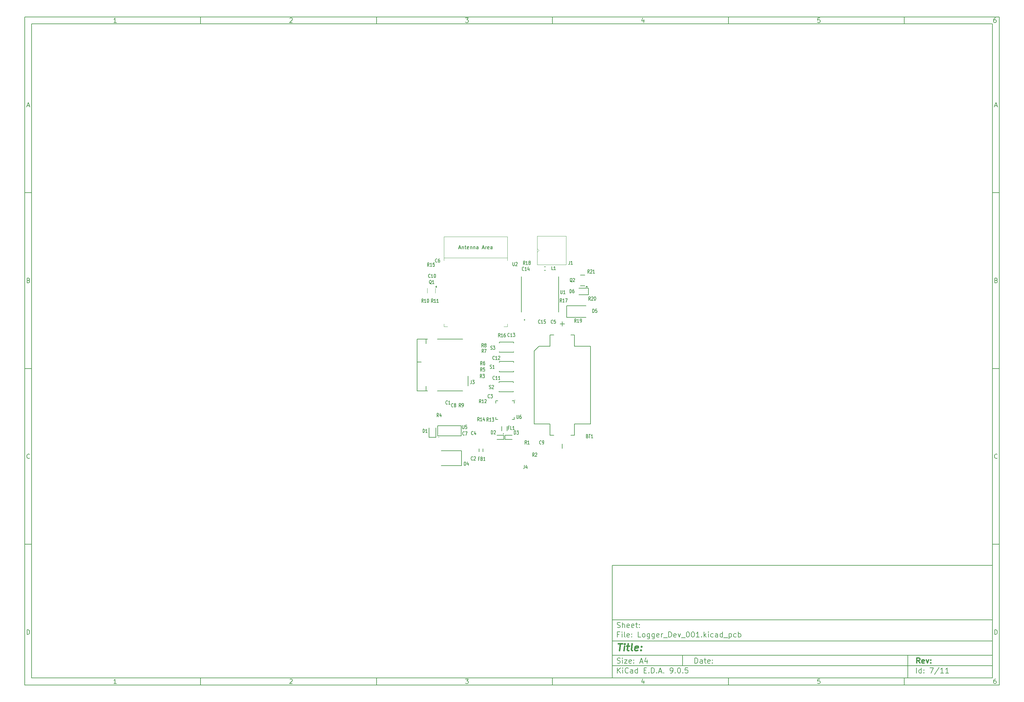
<source format=gbr>
%TF.GenerationSoftware,KiCad,Pcbnew,9.0.5*%
%TF.CreationDate,2025-12-06T02:43:12+13:00*%
%TF.ProjectId,Logger_Dev_001,4c6f6767-6572-45f4-9465-765f3030312e,rev?*%
%TF.SameCoordinates,Original*%
%TF.FileFunction,Legend,Top*%
%TF.FilePolarity,Positive*%
%FSLAX46Y46*%
G04 Gerber Fmt 4.6, Leading zero omitted, Abs format (unit mm)*
G04 Created by KiCad (PCBNEW 9.0.5) date 2025-12-06 02:43:12*
%MOMM*%
%LPD*%
G01*
G04 APERTURE LIST*
%ADD10C,0.100000*%
%ADD11C,0.150000*%
%ADD12C,0.300000*%
%ADD13C,0.400000*%
%ADD14C,0.120000*%
%ADD15C,0.127000*%
%ADD16C,0.152400*%
%ADD17C,0.200000*%
G04 APERTURE END LIST*
D10*
D11*
X177002200Y-166007200D02*
X285002200Y-166007200D01*
X285002200Y-198007200D01*
X177002200Y-198007200D01*
X177002200Y-166007200D01*
D10*
D11*
X10000000Y-10000000D02*
X287002200Y-10000000D01*
X287002200Y-200007200D01*
X10000000Y-200007200D01*
X10000000Y-10000000D01*
D10*
D11*
X12000000Y-12000000D02*
X285002200Y-12000000D01*
X285002200Y-198007200D01*
X12000000Y-198007200D01*
X12000000Y-12000000D01*
D10*
D11*
X60000000Y-12000000D02*
X60000000Y-10000000D01*
D10*
D11*
X110000000Y-12000000D02*
X110000000Y-10000000D01*
D10*
D11*
X160000000Y-12000000D02*
X160000000Y-10000000D01*
D10*
D11*
X210000000Y-12000000D02*
X210000000Y-10000000D01*
D10*
D11*
X260000000Y-12000000D02*
X260000000Y-10000000D01*
D10*
D11*
X36089160Y-11593604D02*
X35346303Y-11593604D01*
X35717731Y-11593604D02*
X35717731Y-10293604D01*
X35717731Y-10293604D02*
X35593922Y-10479319D01*
X35593922Y-10479319D02*
X35470112Y-10603128D01*
X35470112Y-10603128D02*
X35346303Y-10665033D01*
D10*
D11*
X85346303Y-10417414D02*
X85408207Y-10355509D01*
X85408207Y-10355509D02*
X85532017Y-10293604D01*
X85532017Y-10293604D02*
X85841541Y-10293604D01*
X85841541Y-10293604D02*
X85965350Y-10355509D01*
X85965350Y-10355509D02*
X86027255Y-10417414D01*
X86027255Y-10417414D02*
X86089160Y-10541223D01*
X86089160Y-10541223D02*
X86089160Y-10665033D01*
X86089160Y-10665033D02*
X86027255Y-10850747D01*
X86027255Y-10850747D02*
X85284398Y-11593604D01*
X85284398Y-11593604D02*
X86089160Y-11593604D01*
D10*
D11*
X135284398Y-10293604D02*
X136089160Y-10293604D01*
X136089160Y-10293604D02*
X135655826Y-10788842D01*
X135655826Y-10788842D02*
X135841541Y-10788842D01*
X135841541Y-10788842D02*
X135965350Y-10850747D01*
X135965350Y-10850747D02*
X136027255Y-10912652D01*
X136027255Y-10912652D02*
X136089160Y-11036461D01*
X136089160Y-11036461D02*
X136089160Y-11345985D01*
X136089160Y-11345985D02*
X136027255Y-11469795D01*
X136027255Y-11469795D02*
X135965350Y-11531700D01*
X135965350Y-11531700D02*
X135841541Y-11593604D01*
X135841541Y-11593604D02*
X135470112Y-11593604D01*
X135470112Y-11593604D02*
X135346303Y-11531700D01*
X135346303Y-11531700D02*
X135284398Y-11469795D01*
D10*
D11*
X185965350Y-10726938D02*
X185965350Y-11593604D01*
X185655826Y-10231700D02*
X185346303Y-11160271D01*
X185346303Y-11160271D02*
X186151064Y-11160271D01*
D10*
D11*
X236027255Y-10293604D02*
X235408207Y-10293604D01*
X235408207Y-10293604D02*
X235346303Y-10912652D01*
X235346303Y-10912652D02*
X235408207Y-10850747D01*
X235408207Y-10850747D02*
X235532017Y-10788842D01*
X235532017Y-10788842D02*
X235841541Y-10788842D01*
X235841541Y-10788842D02*
X235965350Y-10850747D01*
X235965350Y-10850747D02*
X236027255Y-10912652D01*
X236027255Y-10912652D02*
X236089160Y-11036461D01*
X236089160Y-11036461D02*
X236089160Y-11345985D01*
X236089160Y-11345985D02*
X236027255Y-11469795D01*
X236027255Y-11469795D02*
X235965350Y-11531700D01*
X235965350Y-11531700D02*
X235841541Y-11593604D01*
X235841541Y-11593604D02*
X235532017Y-11593604D01*
X235532017Y-11593604D02*
X235408207Y-11531700D01*
X235408207Y-11531700D02*
X235346303Y-11469795D01*
D10*
D11*
X285965350Y-10293604D02*
X285717731Y-10293604D01*
X285717731Y-10293604D02*
X285593922Y-10355509D01*
X285593922Y-10355509D02*
X285532017Y-10417414D01*
X285532017Y-10417414D02*
X285408207Y-10603128D01*
X285408207Y-10603128D02*
X285346303Y-10850747D01*
X285346303Y-10850747D02*
X285346303Y-11345985D01*
X285346303Y-11345985D02*
X285408207Y-11469795D01*
X285408207Y-11469795D02*
X285470112Y-11531700D01*
X285470112Y-11531700D02*
X285593922Y-11593604D01*
X285593922Y-11593604D02*
X285841541Y-11593604D01*
X285841541Y-11593604D02*
X285965350Y-11531700D01*
X285965350Y-11531700D02*
X286027255Y-11469795D01*
X286027255Y-11469795D02*
X286089160Y-11345985D01*
X286089160Y-11345985D02*
X286089160Y-11036461D01*
X286089160Y-11036461D02*
X286027255Y-10912652D01*
X286027255Y-10912652D02*
X285965350Y-10850747D01*
X285965350Y-10850747D02*
X285841541Y-10788842D01*
X285841541Y-10788842D02*
X285593922Y-10788842D01*
X285593922Y-10788842D02*
X285470112Y-10850747D01*
X285470112Y-10850747D02*
X285408207Y-10912652D01*
X285408207Y-10912652D02*
X285346303Y-11036461D01*
D10*
D11*
X60000000Y-198007200D02*
X60000000Y-200007200D01*
D10*
D11*
X110000000Y-198007200D02*
X110000000Y-200007200D01*
D10*
D11*
X160000000Y-198007200D02*
X160000000Y-200007200D01*
D10*
D11*
X210000000Y-198007200D02*
X210000000Y-200007200D01*
D10*
D11*
X260000000Y-198007200D02*
X260000000Y-200007200D01*
D10*
D11*
X36089160Y-199600804D02*
X35346303Y-199600804D01*
X35717731Y-199600804D02*
X35717731Y-198300804D01*
X35717731Y-198300804D02*
X35593922Y-198486519D01*
X35593922Y-198486519D02*
X35470112Y-198610328D01*
X35470112Y-198610328D02*
X35346303Y-198672233D01*
D10*
D11*
X85346303Y-198424614D02*
X85408207Y-198362709D01*
X85408207Y-198362709D02*
X85532017Y-198300804D01*
X85532017Y-198300804D02*
X85841541Y-198300804D01*
X85841541Y-198300804D02*
X85965350Y-198362709D01*
X85965350Y-198362709D02*
X86027255Y-198424614D01*
X86027255Y-198424614D02*
X86089160Y-198548423D01*
X86089160Y-198548423D02*
X86089160Y-198672233D01*
X86089160Y-198672233D02*
X86027255Y-198857947D01*
X86027255Y-198857947D02*
X85284398Y-199600804D01*
X85284398Y-199600804D02*
X86089160Y-199600804D01*
D10*
D11*
X135284398Y-198300804D02*
X136089160Y-198300804D01*
X136089160Y-198300804D02*
X135655826Y-198796042D01*
X135655826Y-198796042D02*
X135841541Y-198796042D01*
X135841541Y-198796042D02*
X135965350Y-198857947D01*
X135965350Y-198857947D02*
X136027255Y-198919852D01*
X136027255Y-198919852D02*
X136089160Y-199043661D01*
X136089160Y-199043661D02*
X136089160Y-199353185D01*
X136089160Y-199353185D02*
X136027255Y-199476995D01*
X136027255Y-199476995D02*
X135965350Y-199538900D01*
X135965350Y-199538900D02*
X135841541Y-199600804D01*
X135841541Y-199600804D02*
X135470112Y-199600804D01*
X135470112Y-199600804D02*
X135346303Y-199538900D01*
X135346303Y-199538900D02*
X135284398Y-199476995D01*
D10*
D11*
X185965350Y-198734138D02*
X185965350Y-199600804D01*
X185655826Y-198238900D02*
X185346303Y-199167471D01*
X185346303Y-199167471D02*
X186151064Y-199167471D01*
D10*
D11*
X236027255Y-198300804D02*
X235408207Y-198300804D01*
X235408207Y-198300804D02*
X235346303Y-198919852D01*
X235346303Y-198919852D02*
X235408207Y-198857947D01*
X235408207Y-198857947D02*
X235532017Y-198796042D01*
X235532017Y-198796042D02*
X235841541Y-198796042D01*
X235841541Y-198796042D02*
X235965350Y-198857947D01*
X235965350Y-198857947D02*
X236027255Y-198919852D01*
X236027255Y-198919852D02*
X236089160Y-199043661D01*
X236089160Y-199043661D02*
X236089160Y-199353185D01*
X236089160Y-199353185D02*
X236027255Y-199476995D01*
X236027255Y-199476995D02*
X235965350Y-199538900D01*
X235965350Y-199538900D02*
X235841541Y-199600804D01*
X235841541Y-199600804D02*
X235532017Y-199600804D01*
X235532017Y-199600804D02*
X235408207Y-199538900D01*
X235408207Y-199538900D02*
X235346303Y-199476995D01*
D10*
D11*
X285965350Y-198300804D02*
X285717731Y-198300804D01*
X285717731Y-198300804D02*
X285593922Y-198362709D01*
X285593922Y-198362709D02*
X285532017Y-198424614D01*
X285532017Y-198424614D02*
X285408207Y-198610328D01*
X285408207Y-198610328D02*
X285346303Y-198857947D01*
X285346303Y-198857947D02*
X285346303Y-199353185D01*
X285346303Y-199353185D02*
X285408207Y-199476995D01*
X285408207Y-199476995D02*
X285470112Y-199538900D01*
X285470112Y-199538900D02*
X285593922Y-199600804D01*
X285593922Y-199600804D02*
X285841541Y-199600804D01*
X285841541Y-199600804D02*
X285965350Y-199538900D01*
X285965350Y-199538900D02*
X286027255Y-199476995D01*
X286027255Y-199476995D02*
X286089160Y-199353185D01*
X286089160Y-199353185D02*
X286089160Y-199043661D01*
X286089160Y-199043661D02*
X286027255Y-198919852D01*
X286027255Y-198919852D02*
X285965350Y-198857947D01*
X285965350Y-198857947D02*
X285841541Y-198796042D01*
X285841541Y-198796042D02*
X285593922Y-198796042D01*
X285593922Y-198796042D02*
X285470112Y-198857947D01*
X285470112Y-198857947D02*
X285408207Y-198919852D01*
X285408207Y-198919852D02*
X285346303Y-199043661D01*
D10*
D11*
X10000000Y-60000000D02*
X12000000Y-60000000D01*
D10*
D11*
X10000000Y-110000000D02*
X12000000Y-110000000D01*
D10*
D11*
X10000000Y-160000000D02*
X12000000Y-160000000D01*
D10*
D11*
X10690476Y-35222176D02*
X11309523Y-35222176D01*
X10566666Y-35593604D02*
X10999999Y-34293604D01*
X10999999Y-34293604D02*
X11433333Y-35593604D01*
D10*
D11*
X11092857Y-84912652D02*
X11278571Y-84974557D01*
X11278571Y-84974557D02*
X11340476Y-85036461D01*
X11340476Y-85036461D02*
X11402380Y-85160271D01*
X11402380Y-85160271D02*
X11402380Y-85345985D01*
X11402380Y-85345985D02*
X11340476Y-85469795D01*
X11340476Y-85469795D02*
X11278571Y-85531700D01*
X11278571Y-85531700D02*
X11154761Y-85593604D01*
X11154761Y-85593604D02*
X10659523Y-85593604D01*
X10659523Y-85593604D02*
X10659523Y-84293604D01*
X10659523Y-84293604D02*
X11092857Y-84293604D01*
X11092857Y-84293604D02*
X11216666Y-84355509D01*
X11216666Y-84355509D02*
X11278571Y-84417414D01*
X11278571Y-84417414D02*
X11340476Y-84541223D01*
X11340476Y-84541223D02*
X11340476Y-84665033D01*
X11340476Y-84665033D02*
X11278571Y-84788842D01*
X11278571Y-84788842D02*
X11216666Y-84850747D01*
X11216666Y-84850747D02*
X11092857Y-84912652D01*
X11092857Y-84912652D02*
X10659523Y-84912652D01*
D10*
D11*
X11402380Y-135469795D02*
X11340476Y-135531700D01*
X11340476Y-135531700D02*
X11154761Y-135593604D01*
X11154761Y-135593604D02*
X11030952Y-135593604D01*
X11030952Y-135593604D02*
X10845238Y-135531700D01*
X10845238Y-135531700D02*
X10721428Y-135407890D01*
X10721428Y-135407890D02*
X10659523Y-135284080D01*
X10659523Y-135284080D02*
X10597619Y-135036461D01*
X10597619Y-135036461D02*
X10597619Y-134850747D01*
X10597619Y-134850747D02*
X10659523Y-134603128D01*
X10659523Y-134603128D02*
X10721428Y-134479319D01*
X10721428Y-134479319D02*
X10845238Y-134355509D01*
X10845238Y-134355509D02*
X11030952Y-134293604D01*
X11030952Y-134293604D02*
X11154761Y-134293604D01*
X11154761Y-134293604D02*
X11340476Y-134355509D01*
X11340476Y-134355509D02*
X11402380Y-134417414D01*
D10*
D11*
X10659523Y-185593604D02*
X10659523Y-184293604D01*
X10659523Y-184293604D02*
X10969047Y-184293604D01*
X10969047Y-184293604D02*
X11154761Y-184355509D01*
X11154761Y-184355509D02*
X11278571Y-184479319D01*
X11278571Y-184479319D02*
X11340476Y-184603128D01*
X11340476Y-184603128D02*
X11402380Y-184850747D01*
X11402380Y-184850747D02*
X11402380Y-185036461D01*
X11402380Y-185036461D02*
X11340476Y-185284080D01*
X11340476Y-185284080D02*
X11278571Y-185407890D01*
X11278571Y-185407890D02*
X11154761Y-185531700D01*
X11154761Y-185531700D02*
X10969047Y-185593604D01*
X10969047Y-185593604D02*
X10659523Y-185593604D01*
D10*
D11*
X287002200Y-60000000D02*
X285002200Y-60000000D01*
D10*
D11*
X287002200Y-110000000D02*
X285002200Y-110000000D01*
D10*
D11*
X287002200Y-160000000D02*
X285002200Y-160000000D01*
D10*
D11*
X285692676Y-35222176D02*
X286311723Y-35222176D01*
X285568866Y-35593604D02*
X286002199Y-34293604D01*
X286002199Y-34293604D02*
X286435533Y-35593604D01*
D10*
D11*
X286095057Y-84912652D02*
X286280771Y-84974557D01*
X286280771Y-84974557D02*
X286342676Y-85036461D01*
X286342676Y-85036461D02*
X286404580Y-85160271D01*
X286404580Y-85160271D02*
X286404580Y-85345985D01*
X286404580Y-85345985D02*
X286342676Y-85469795D01*
X286342676Y-85469795D02*
X286280771Y-85531700D01*
X286280771Y-85531700D02*
X286156961Y-85593604D01*
X286156961Y-85593604D02*
X285661723Y-85593604D01*
X285661723Y-85593604D02*
X285661723Y-84293604D01*
X285661723Y-84293604D02*
X286095057Y-84293604D01*
X286095057Y-84293604D02*
X286218866Y-84355509D01*
X286218866Y-84355509D02*
X286280771Y-84417414D01*
X286280771Y-84417414D02*
X286342676Y-84541223D01*
X286342676Y-84541223D02*
X286342676Y-84665033D01*
X286342676Y-84665033D02*
X286280771Y-84788842D01*
X286280771Y-84788842D02*
X286218866Y-84850747D01*
X286218866Y-84850747D02*
X286095057Y-84912652D01*
X286095057Y-84912652D02*
X285661723Y-84912652D01*
D10*
D11*
X286404580Y-135469795D02*
X286342676Y-135531700D01*
X286342676Y-135531700D02*
X286156961Y-135593604D01*
X286156961Y-135593604D02*
X286033152Y-135593604D01*
X286033152Y-135593604D02*
X285847438Y-135531700D01*
X285847438Y-135531700D02*
X285723628Y-135407890D01*
X285723628Y-135407890D02*
X285661723Y-135284080D01*
X285661723Y-135284080D02*
X285599819Y-135036461D01*
X285599819Y-135036461D02*
X285599819Y-134850747D01*
X285599819Y-134850747D02*
X285661723Y-134603128D01*
X285661723Y-134603128D02*
X285723628Y-134479319D01*
X285723628Y-134479319D02*
X285847438Y-134355509D01*
X285847438Y-134355509D02*
X286033152Y-134293604D01*
X286033152Y-134293604D02*
X286156961Y-134293604D01*
X286156961Y-134293604D02*
X286342676Y-134355509D01*
X286342676Y-134355509D02*
X286404580Y-134417414D01*
D10*
D11*
X285661723Y-185593604D02*
X285661723Y-184293604D01*
X285661723Y-184293604D02*
X285971247Y-184293604D01*
X285971247Y-184293604D02*
X286156961Y-184355509D01*
X286156961Y-184355509D02*
X286280771Y-184479319D01*
X286280771Y-184479319D02*
X286342676Y-184603128D01*
X286342676Y-184603128D02*
X286404580Y-184850747D01*
X286404580Y-184850747D02*
X286404580Y-185036461D01*
X286404580Y-185036461D02*
X286342676Y-185284080D01*
X286342676Y-185284080D02*
X286280771Y-185407890D01*
X286280771Y-185407890D02*
X286156961Y-185531700D01*
X286156961Y-185531700D02*
X285971247Y-185593604D01*
X285971247Y-185593604D02*
X285661723Y-185593604D01*
D10*
D11*
X200458026Y-193793328D02*
X200458026Y-192293328D01*
X200458026Y-192293328D02*
X200815169Y-192293328D01*
X200815169Y-192293328D02*
X201029455Y-192364757D01*
X201029455Y-192364757D02*
X201172312Y-192507614D01*
X201172312Y-192507614D02*
X201243741Y-192650471D01*
X201243741Y-192650471D02*
X201315169Y-192936185D01*
X201315169Y-192936185D02*
X201315169Y-193150471D01*
X201315169Y-193150471D02*
X201243741Y-193436185D01*
X201243741Y-193436185D02*
X201172312Y-193579042D01*
X201172312Y-193579042D02*
X201029455Y-193721900D01*
X201029455Y-193721900D02*
X200815169Y-193793328D01*
X200815169Y-193793328D02*
X200458026Y-193793328D01*
X202600884Y-193793328D02*
X202600884Y-193007614D01*
X202600884Y-193007614D02*
X202529455Y-192864757D01*
X202529455Y-192864757D02*
X202386598Y-192793328D01*
X202386598Y-192793328D02*
X202100884Y-192793328D01*
X202100884Y-192793328D02*
X201958026Y-192864757D01*
X202600884Y-193721900D02*
X202458026Y-193793328D01*
X202458026Y-193793328D02*
X202100884Y-193793328D01*
X202100884Y-193793328D02*
X201958026Y-193721900D01*
X201958026Y-193721900D02*
X201886598Y-193579042D01*
X201886598Y-193579042D02*
X201886598Y-193436185D01*
X201886598Y-193436185D02*
X201958026Y-193293328D01*
X201958026Y-193293328D02*
X202100884Y-193221900D01*
X202100884Y-193221900D02*
X202458026Y-193221900D01*
X202458026Y-193221900D02*
X202600884Y-193150471D01*
X203100884Y-192793328D02*
X203672312Y-192793328D01*
X203315169Y-192293328D02*
X203315169Y-193579042D01*
X203315169Y-193579042D02*
X203386598Y-193721900D01*
X203386598Y-193721900D02*
X203529455Y-193793328D01*
X203529455Y-193793328D02*
X203672312Y-193793328D01*
X204743741Y-193721900D02*
X204600884Y-193793328D01*
X204600884Y-193793328D02*
X204315170Y-193793328D01*
X204315170Y-193793328D02*
X204172312Y-193721900D01*
X204172312Y-193721900D02*
X204100884Y-193579042D01*
X204100884Y-193579042D02*
X204100884Y-193007614D01*
X204100884Y-193007614D02*
X204172312Y-192864757D01*
X204172312Y-192864757D02*
X204315170Y-192793328D01*
X204315170Y-192793328D02*
X204600884Y-192793328D01*
X204600884Y-192793328D02*
X204743741Y-192864757D01*
X204743741Y-192864757D02*
X204815170Y-193007614D01*
X204815170Y-193007614D02*
X204815170Y-193150471D01*
X204815170Y-193150471D02*
X204100884Y-193293328D01*
X205458026Y-193650471D02*
X205529455Y-193721900D01*
X205529455Y-193721900D02*
X205458026Y-193793328D01*
X205458026Y-193793328D02*
X205386598Y-193721900D01*
X205386598Y-193721900D02*
X205458026Y-193650471D01*
X205458026Y-193650471D02*
X205458026Y-193793328D01*
X205458026Y-192864757D02*
X205529455Y-192936185D01*
X205529455Y-192936185D02*
X205458026Y-193007614D01*
X205458026Y-193007614D02*
X205386598Y-192936185D01*
X205386598Y-192936185D02*
X205458026Y-192864757D01*
X205458026Y-192864757D02*
X205458026Y-193007614D01*
D10*
D11*
X177002200Y-194507200D02*
X285002200Y-194507200D01*
D10*
D11*
X178458026Y-196593328D02*
X178458026Y-195093328D01*
X179315169Y-196593328D02*
X178672312Y-195736185D01*
X179315169Y-195093328D02*
X178458026Y-195950471D01*
X179958026Y-196593328D02*
X179958026Y-195593328D01*
X179958026Y-195093328D02*
X179886598Y-195164757D01*
X179886598Y-195164757D02*
X179958026Y-195236185D01*
X179958026Y-195236185D02*
X180029455Y-195164757D01*
X180029455Y-195164757D02*
X179958026Y-195093328D01*
X179958026Y-195093328D02*
X179958026Y-195236185D01*
X181529455Y-196450471D02*
X181458027Y-196521900D01*
X181458027Y-196521900D02*
X181243741Y-196593328D01*
X181243741Y-196593328D02*
X181100884Y-196593328D01*
X181100884Y-196593328D02*
X180886598Y-196521900D01*
X180886598Y-196521900D02*
X180743741Y-196379042D01*
X180743741Y-196379042D02*
X180672312Y-196236185D01*
X180672312Y-196236185D02*
X180600884Y-195950471D01*
X180600884Y-195950471D02*
X180600884Y-195736185D01*
X180600884Y-195736185D02*
X180672312Y-195450471D01*
X180672312Y-195450471D02*
X180743741Y-195307614D01*
X180743741Y-195307614D02*
X180886598Y-195164757D01*
X180886598Y-195164757D02*
X181100884Y-195093328D01*
X181100884Y-195093328D02*
X181243741Y-195093328D01*
X181243741Y-195093328D02*
X181458027Y-195164757D01*
X181458027Y-195164757D02*
X181529455Y-195236185D01*
X182815170Y-196593328D02*
X182815170Y-195807614D01*
X182815170Y-195807614D02*
X182743741Y-195664757D01*
X182743741Y-195664757D02*
X182600884Y-195593328D01*
X182600884Y-195593328D02*
X182315170Y-195593328D01*
X182315170Y-195593328D02*
X182172312Y-195664757D01*
X182815170Y-196521900D02*
X182672312Y-196593328D01*
X182672312Y-196593328D02*
X182315170Y-196593328D01*
X182315170Y-196593328D02*
X182172312Y-196521900D01*
X182172312Y-196521900D02*
X182100884Y-196379042D01*
X182100884Y-196379042D02*
X182100884Y-196236185D01*
X182100884Y-196236185D02*
X182172312Y-196093328D01*
X182172312Y-196093328D02*
X182315170Y-196021900D01*
X182315170Y-196021900D02*
X182672312Y-196021900D01*
X182672312Y-196021900D02*
X182815170Y-195950471D01*
X184172313Y-196593328D02*
X184172313Y-195093328D01*
X184172313Y-196521900D02*
X184029455Y-196593328D01*
X184029455Y-196593328D02*
X183743741Y-196593328D01*
X183743741Y-196593328D02*
X183600884Y-196521900D01*
X183600884Y-196521900D02*
X183529455Y-196450471D01*
X183529455Y-196450471D02*
X183458027Y-196307614D01*
X183458027Y-196307614D02*
X183458027Y-195879042D01*
X183458027Y-195879042D02*
X183529455Y-195736185D01*
X183529455Y-195736185D02*
X183600884Y-195664757D01*
X183600884Y-195664757D02*
X183743741Y-195593328D01*
X183743741Y-195593328D02*
X184029455Y-195593328D01*
X184029455Y-195593328D02*
X184172313Y-195664757D01*
X186029455Y-195807614D02*
X186529455Y-195807614D01*
X186743741Y-196593328D02*
X186029455Y-196593328D01*
X186029455Y-196593328D02*
X186029455Y-195093328D01*
X186029455Y-195093328D02*
X186743741Y-195093328D01*
X187386598Y-196450471D02*
X187458027Y-196521900D01*
X187458027Y-196521900D02*
X187386598Y-196593328D01*
X187386598Y-196593328D02*
X187315170Y-196521900D01*
X187315170Y-196521900D02*
X187386598Y-196450471D01*
X187386598Y-196450471D02*
X187386598Y-196593328D01*
X188100884Y-196593328D02*
X188100884Y-195093328D01*
X188100884Y-195093328D02*
X188458027Y-195093328D01*
X188458027Y-195093328D02*
X188672313Y-195164757D01*
X188672313Y-195164757D02*
X188815170Y-195307614D01*
X188815170Y-195307614D02*
X188886599Y-195450471D01*
X188886599Y-195450471D02*
X188958027Y-195736185D01*
X188958027Y-195736185D02*
X188958027Y-195950471D01*
X188958027Y-195950471D02*
X188886599Y-196236185D01*
X188886599Y-196236185D02*
X188815170Y-196379042D01*
X188815170Y-196379042D02*
X188672313Y-196521900D01*
X188672313Y-196521900D02*
X188458027Y-196593328D01*
X188458027Y-196593328D02*
X188100884Y-196593328D01*
X189600884Y-196450471D02*
X189672313Y-196521900D01*
X189672313Y-196521900D02*
X189600884Y-196593328D01*
X189600884Y-196593328D02*
X189529456Y-196521900D01*
X189529456Y-196521900D02*
X189600884Y-196450471D01*
X189600884Y-196450471D02*
X189600884Y-196593328D01*
X190243742Y-196164757D02*
X190958028Y-196164757D01*
X190100885Y-196593328D02*
X190600885Y-195093328D01*
X190600885Y-195093328D02*
X191100885Y-196593328D01*
X191600884Y-196450471D02*
X191672313Y-196521900D01*
X191672313Y-196521900D02*
X191600884Y-196593328D01*
X191600884Y-196593328D02*
X191529456Y-196521900D01*
X191529456Y-196521900D02*
X191600884Y-196450471D01*
X191600884Y-196450471D02*
X191600884Y-196593328D01*
X193529456Y-196593328D02*
X193815170Y-196593328D01*
X193815170Y-196593328D02*
X193958027Y-196521900D01*
X193958027Y-196521900D02*
X194029456Y-196450471D01*
X194029456Y-196450471D02*
X194172313Y-196236185D01*
X194172313Y-196236185D02*
X194243742Y-195950471D01*
X194243742Y-195950471D02*
X194243742Y-195379042D01*
X194243742Y-195379042D02*
X194172313Y-195236185D01*
X194172313Y-195236185D02*
X194100885Y-195164757D01*
X194100885Y-195164757D02*
X193958027Y-195093328D01*
X193958027Y-195093328D02*
X193672313Y-195093328D01*
X193672313Y-195093328D02*
X193529456Y-195164757D01*
X193529456Y-195164757D02*
X193458027Y-195236185D01*
X193458027Y-195236185D02*
X193386599Y-195379042D01*
X193386599Y-195379042D02*
X193386599Y-195736185D01*
X193386599Y-195736185D02*
X193458027Y-195879042D01*
X193458027Y-195879042D02*
X193529456Y-195950471D01*
X193529456Y-195950471D02*
X193672313Y-196021900D01*
X193672313Y-196021900D02*
X193958027Y-196021900D01*
X193958027Y-196021900D02*
X194100885Y-195950471D01*
X194100885Y-195950471D02*
X194172313Y-195879042D01*
X194172313Y-195879042D02*
X194243742Y-195736185D01*
X194886598Y-196450471D02*
X194958027Y-196521900D01*
X194958027Y-196521900D02*
X194886598Y-196593328D01*
X194886598Y-196593328D02*
X194815170Y-196521900D01*
X194815170Y-196521900D02*
X194886598Y-196450471D01*
X194886598Y-196450471D02*
X194886598Y-196593328D01*
X195886599Y-195093328D02*
X196029456Y-195093328D01*
X196029456Y-195093328D02*
X196172313Y-195164757D01*
X196172313Y-195164757D02*
X196243742Y-195236185D01*
X196243742Y-195236185D02*
X196315170Y-195379042D01*
X196315170Y-195379042D02*
X196386599Y-195664757D01*
X196386599Y-195664757D02*
X196386599Y-196021900D01*
X196386599Y-196021900D02*
X196315170Y-196307614D01*
X196315170Y-196307614D02*
X196243742Y-196450471D01*
X196243742Y-196450471D02*
X196172313Y-196521900D01*
X196172313Y-196521900D02*
X196029456Y-196593328D01*
X196029456Y-196593328D02*
X195886599Y-196593328D01*
X195886599Y-196593328D02*
X195743742Y-196521900D01*
X195743742Y-196521900D02*
X195672313Y-196450471D01*
X195672313Y-196450471D02*
X195600884Y-196307614D01*
X195600884Y-196307614D02*
X195529456Y-196021900D01*
X195529456Y-196021900D02*
X195529456Y-195664757D01*
X195529456Y-195664757D02*
X195600884Y-195379042D01*
X195600884Y-195379042D02*
X195672313Y-195236185D01*
X195672313Y-195236185D02*
X195743742Y-195164757D01*
X195743742Y-195164757D02*
X195886599Y-195093328D01*
X197029455Y-196450471D02*
X197100884Y-196521900D01*
X197100884Y-196521900D02*
X197029455Y-196593328D01*
X197029455Y-196593328D02*
X196958027Y-196521900D01*
X196958027Y-196521900D02*
X197029455Y-196450471D01*
X197029455Y-196450471D02*
X197029455Y-196593328D01*
X198458027Y-195093328D02*
X197743741Y-195093328D01*
X197743741Y-195093328D02*
X197672313Y-195807614D01*
X197672313Y-195807614D02*
X197743741Y-195736185D01*
X197743741Y-195736185D02*
X197886599Y-195664757D01*
X197886599Y-195664757D02*
X198243741Y-195664757D01*
X198243741Y-195664757D02*
X198386599Y-195736185D01*
X198386599Y-195736185D02*
X198458027Y-195807614D01*
X198458027Y-195807614D02*
X198529456Y-195950471D01*
X198529456Y-195950471D02*
X198529456Y-196307614D01*
X198529456Y-196307614D02*
X198458027Y-196450471D01*
X198458027Y-196450471D02*
X198386599Y-196521900D01*
X198386599Y-196521900D02*
X198243741Y-196593328D01*
X198243741Y-196593328D02*
X197886599Y-196593328D01*
X197886599Y-196593328D02*
X197743741Y-196521900D01*
X197743741Y-196521900D02*
X197672313Y-196450471D01*
D10*
D11*
X177002200Y-191507200D02*
X285002200Y-191507200D01*
D10*
D12*
X264413853Y-193785528D02*
X263913853Y-193071242D01*
X263556710Y-193785528D02*
X263556710Y-192285528D01*
X263556710Y-192285528D02*
X264128139Y-192285528D01*
X264128139Y-192285528D02*
X264270996Y-192356957D01*
X264270996Y-192356957D02*
X264342425Y-192428385D01*
X264342425Y-192428385D02*
X264413853Y-192571242D01*
X264413853Y-192571242D02*
X264413853Y-192785528D01*
X264413853Y-192785528D02*
X264342425Y-192928385D01*
X264342425Y-192928385D02*
X264270996Y-192999814D01*
X264270996Y-192999814D02*
X264128139Y-193071242D01*
X264128139Y-193071242D02*
X263556710Y-193071242D01*
X265628139Y-193714100D02*
X265485282Y-193785528D01*
X265485282Y-193785528D02*
X265199568Y-193785528D01*
X265199568Y-193785528D02*
X265056710Y-193714100D01*
X265056710Y-193714100D02*
X264985282Y-193571242D01*
X264985282Y-193571242D02*
X264985282Y-192999814D01*
X264985282Y-192999814D02*
X265056710Y-192856957D01*
X265056710Y-192856957D02*
X265199568Y-192785528D01*
X265199568Y-192785528D02*
X265485282Y-192785528D01*
X265485282Y-192785528D02*
X265628139Y-192856957D01*
X265628139Y-192856957D02*
X265699568Y-192999814D01*
X265699568Y-192999814D02*
X265699568Y-193142671D01*
X265699568Y-193142671D02*
X264985282Y-193285528D01*
X266199567Y-192785528D02*
X266556710Y-193785528D01*
X266556710Y-193785528D02*
X266913853Y-192785528D01*
X267485281Y-193642671D02*
X267556710Y-193714100D01*
X267556710Y-193714100D02*
X267485281Y-193785528D01*
X267485281Y-193785528D02*
X267413853Y-193714100D01*
X267413853Y-193714100D02*
X267485281Y-193642671D01*
X267485281Y-193642671D02*
X267485281Y-193785528D01*
X267485281Y-192856957D02*
X267556710Y-192928385D01*
X267556710Y-192928385D02*
X267485281Y-192999814D01*
X267485281Y-192999814D02*
X267413853Y-192928385D01*
X267413853Y-192928385D02*
X267485281Y-192856957D01*
X267485281Y-192856957D02*
X267485281Y-192999814D01*
D10*
D11*
X178386598Y-193721900D02*
X178600884Y-193793328D01*
X178600884Y-193793328D02*
X178958026Y-193793328D01*
X178958026Y-193793328D02*
X179100884Y-193721900D01*
X179100884Y-193721900D02*
X179172312Y-193650471D01*
X179172312Y-193650471D02*
X179243741Y-193507614D01*
X179243741Y-193507614D02*
X179243741Y-193364757D01*
X179243741Y-193364757D02*
X179172312Y-193221900D01*
X179172312Y-193221900D02*
X179100884Y-193150471D01*
X179100884Y-193150471D02*
X178958026Y-193079042D01*
X178958026Y-193079042D02*
X178672312Y-193007614D01*
X178672312Y-193007614D02*
X178529455Y-192936185D01*
X178529455Y-192936185D02*
X178458026Y-192864757D01*
X178458026Y-192864757D02*
X178386598Y-192721900D01*
X178386598Y-192721900D02*
X178386598Y-192579042D01*
X178386598Y-192579042D02*
X178458026Y-192436185D01*
X178458026Y-192436185D02*
X178529455Y-192364757D01*
X178529455Y-192364757D02*
X178672312Y-192293328D01*
X178672312Y-192293328D02*
X179029455Y-192293328D01*
X179029455Y-192293328D02*
X179243741Y-192364757D01*
X179886597Y-193793328D02*
X179886597Y-192793328D01*
X179886597Y-192293328D02*
X179815169Y-192364757D01*
X179815169Y-192364757D02*
X179886597Y-192436185D01*
X179886597Y-192436185D02*
X179958026Y-192364757D01*
X179958026Y-192364757D02*
X179886597Y-192293328D01*
X179886597Y-192293328D02*
X179886597Y-192436185D01*
X180458026Y-192793328D02*
X181243741Y-192793328D01*
X181243741Y-192793328D02*
X180458026Y-193793328D01*
X180458026Y-193793328D02*
X181243741Y-193793328D01*
X182386598Y-193721900D02*
X182243741Y-193793328D01*
X182243741Y-193793328D02*
X181958027Y-193793328D01*
X181958027Y-193793328D02*
X181815169Y-193721900D01*
X181815169Y-193721900D02*
X181743741Y-193579042D01*
X181743741Y-193579042D02*
X181743741Y-193007614D01*
X181743741Y-193007614D02*
X181815169Y-192864757D01*
X181815169Y-192864757D02*
X181958027Y-192793328D01*
X181958027Y-192793328D02*
X182243741Y-192793328D01*
X182243741Y-192793328D02*
X182386598Y-192864757D01*
X182386598Y-192864757D02*
X182458027Y-193007614D01*
X182458027Y-193007614D02*
X182458027Y-193150471D01*
X182458027Y-193150471D02*
X181743741Y-193293328D01*
X183100883Y-193650471D02*
X183172312Y-193721900D01*
X183172312Y-193721900D02*
X183100883Y-193793328D01*
X183100883Y-193793328D02*
X183029455Y-193721900D01*
X183029455Y-193721900D02*
X183100883Y-193650471D01*
X183100883Y-193650471D02*
X183100883Y-193793328D01*
X183100883Y-192864757D02*
X183172312Y-192936185D01*
X183172312Y-192936185D02*
X183100883Y-193007614D01*
X183100883Y-193007614D02*
X183029455Y-192936185D01*
X183029455Y-192936185D02*
X183100883Y-192864757D01*
X183100883Y-192864757D02*
X183100883Y-193007614D01*
X184886598Y-193364757D02*
X185600884Y-193364757D01*
X184743741Y-193793328D02*
X185243741Y-192293328D01*
X185243741Y-192293328D02*
X185743741Y-193793328D01*
X186886598Y-192793328D02*
X186886598Y-193793328D01*
X186529455Y-192221900D02*
X186172312Y-193293328D01*
X186172312Y-193293328D02*
X187100883Y-193293328D01*
D10*
D11*
X263458026Y-196593328D02*
X263458026Y-195093328D01*
X264815170Y-196593328D02*
X264815170Y-195093328D01*
X264815170Y-196521900D02*
X264672312Y-196593328D01*
X264672312Y-196593328D02*
X264386598Y-196593328D01*
X264386598Y-196593328D02*
X264243741Y-196521900D01*
X264243741Y-196521900D02*
X264172312Y-196450471D01*
X264172312Y-196450471D02*
X264100884Y-196307614D01*
X264100884Y-196307614D02*
X264100884Y-195879042D01*
X264100884Y-195879042D02*
X264172312Y-195736185D01*
X264172312Y-195736185D02*
X264243741Y-195664757D01*
X264243741Y-195664757D02*
X264386598Y-195593328D01*
X264386598Y-195593328D02*
X264672312Y-195593328D01*
X264672312Y-195593328D02*
X264815170Y-195664757D01*
X265529455Y-196450471D02*
X265600884Y-196521900D01*
X265600884Y-196521900D02*
X265529455Y-196593328D01*
X265529455Y-196593328D02*
X265458027Y-196521900D01*
X265458027Y-196521900D02*
X265529455Y-196450471D01*
X265529455Y-196450471D02*
X265529455Y-196593328D01*
X265529455Y-195664757D02*
X265600884Y-195736185D01*
X265600884Y-195736185D02*
X265529455Y-195807614D01*
X265529455Y-195807614D02*
X265458027Y-195736185D01*
X265458027Y-195736185D02*
X265529455Y-195664757D01*
X265529455Y-195664757D02*
X265529455Y-195807614D01*
X267243741Y-195093328D02*
X268243741Y-195093328D01*
X268243741Y-195093328D02*
X267600884Y-196593328D01*
X269886598Y-195021900D02*
X268600884Y-196950471D01*
X271172313Y-196593328D02*
X270315170Y-196593328D01*
X270743741Y-196593328D02*
X270743741Y-195093328D01*
X270743741Y-195093328D02*
X270600884Y-195307614D01*
X270600884Y-195307614D02*
X270458027Y-195450471D01*
X270458027Y-195450471D02*
X270315170Y-195521900D01*
X272600884Y-196593328D02*
X271743741Y-196593328D01*
X272172312Y-196593328D02*
X272172312Y-195093328D01*
X272172312Y-195093328D02*
X272029455Y-195307614D01*
X272029455Y-195307614D02*
X271886598Y-195450471D01*
X271886598Y-195450471D02*
X271743741Y-195521900D01*
D10*
D11*
X177002200Y-187507200D02*
X285002200Y-187507200D01*
D10*
D13*
X178693928Y-188211638D02*
X179836785Y-188211638D01*
X179015357Y-190211638D02*
X179265357Y-188211638D01*
X180253452Y-190211638D02*
X180420119Y-188878304D01*
X180503452Y-188211638D02*
X180396309Y-188306876D01*
X180396309Y-188306876D02*
X180479643Y-188402114D01*
X180479643Y-188402114D02*
X180586786Y-188306876D01*
X180586786Y-188306876D02*
X180503452Y-188211638D01*
X180503452Y-188211638D02*
X180479643Y-188402114D01*
X181086786Y-188878304D02*
X181848690Y-188878304D01*
X181455833Y-188211638D02*
X181241548Y-189925923D01*
X181241548Y-189925923D02*
X181312976Y-190116400D01*
X181312976Y-190116400D02*
X181491548Y-190211638D01*
X181491548Y-190211638D02*
X181682024Y-190211638D01*
X182634405Y-190211638D02*
X182455833Y-190116400D01*
X182455833Y-190116400D02*
X182384405Y-189925923D01*
X182384405Y-189925923D02*
X182598690Y-188211638D01*
X184170119Y-190116400D02*
X183967738Y-190211638D01*
X183967738Y-190211638D02*
X183586785Y-190211638D01*
X183586785Y-190211638D02*
X183408214Y-190116400D01*
X183408214Y-190116400D02*
X183336785Y-189925923D01*
X183336785Y-189925923D02*
X183432024Y-189164019D01*
X183432024Y-189164019D02*
X183551071Y-188973542D01*
X183551071Y-188973542D02*
X183753452Y-188878304D01*
X183753452Y-188878304D02*
X184134404Y-188878304D01*
X184134404Y-188878304D02*
X184312976Y-188973542D01*
X184312976Y-188973542D02*
X184384404Y-189164019D01*
X184384404Y-189164019D02*
X184360595Y-189354495D01*
X184360595Y-189354495D02*
X183384404Y-189544971D01*
X185134405Y-190021161D02*
X185217738Y-190116400D01*
X185217738Y-190116400D02*
X185110595Y-190211638D01*
X185110595Y-190211638D02*
X185027262Y-190116400D01*
X185027262Y-190116400D02*
X185134405Y-190021161D01*
X185134405Y-190021161D02*
X185110595Y-190211638D01*
X185265357Y-188973542D02*
X185348690Y-189068780D01*
X185348690Y-189068780D02*
X185241548Y-189164019D01*
X185241548Y-189164019D02*
X185158214Y-189068780D01*
X185158214Y-189068780D02*
X185265357Y-188973542D01*
X185265357Y-188973542D02*
X185241548Y-189164019D01*
D10*
D11*
X178958026Y-185607614D02*
X178458026Y-185607614D01*
X178458026Y-186393328D02*
X178458026Y-184893328D01*
X178458026Y-184893328D02*
X179172312Y-184893328D01*
X179743740Y-186393328D02*
X179743740Y-185393328D01*
X179743740Y-184893328D02*
X179672312Y-184964757D01*
X179672312Y-184964757D02*
X179743740Y-185036185D01*
X179743740Y-185036185D02*
X179815169Y-184964757D01*
X179815169Y-184964757D02*
X179743740Y-184893328D01*
X179743740Y-184893328D02*
X179743740Y-185036185D01*
X180672312Y-186393328D02*
X180529455Y-186321900D01*
X180529455Y-186321900D02*
X180458026Y-186179042D01*
X180458026Y-186179042D02*
X180458026Y-184893328D01*
X181815169Y-186321900D02*
X181672312Y-186393328D01*
X181672312Y-186393328D02*
X181386598Y-186393328D01*
X181386598Y-186393328D02*
X181243740Y-186321900D01*
X181243740Y-186321900D02*
X181172312Y-186179042D01*
X181172312Y-186179042D02*
X181172312Y-185607614D01*
X181172312Y-185607614D02*
X181243740Y-185464757D01*
X181243740Y-185464757D02*
X181386598Y-185393328D01*
X181386598Y-185393328D02*
X181672312Y-185393328D01*
X181672312Y-185393328D02*
X181815169Y-185464757D01*
X181815169Y-185464757D02*
X181886598Y-185607614D01*
X181886598Y-185607614D02*
X181886598Y-185750471D01*
X181886598Y-185750471D02*
X181172312Y-185893328D01*
X182529454Y-186250471D02*
X182600883Y-186321900D01*
X182600883Y-186321900D02*
X182529454Y-186393328D01*
X182529454Y-186393328D02*
X182458026Y-186321900D01*
X182458026Y-186321900D02*
X182529454Y-186250471D01*
X182529454Y-186250471D02*
X182529454Y-186393328D01*
X182529454Y-185464757D02*
X182600883Y-185536185D01*
X182600883Y-185536185D02*
X182529454Y-185607614D01*
X182529454Y-185607614D02*
X182458026Y-185536185D01*
X182458026Y-185536185D02*
X182529454Y-185464757D01*
X182529454Y-185464757D02*
X182529454Y-185607614D01*
X185100883Y-186393328D02*
X184386597Y-186393328D01*
X184386597Y-186393328D02*
X184386597Y-184893328D01*
X185815169Y-186393328D02*
X185672312Y-186321900D01*
X185672312Y-186321900D02*
X185600883Y-186250471D01*
X185600883Y-186250471D02*
X185529455Y-186107614D01*
X185529455Y-186107614D02*
X185529455Y-185679042D01*
X185529455Y-185679042D02*
X185600883Y-185536185D01*
X185600883Y-185536185D02*
X185672312Y-185464757D01*
X185672312Y-185464757D02*
X185815169Y-185393328D01*
X185815169Y-185393328D02*
X186029455Y-185393328D01*
X186029455Y-185393328D02*
X186172312Y-185464757D01*
X186172312Y-185464757D02*
X186243741Y-185536185D01*
X186243741Y-185536185D02*
X186315169Y-185679042D01*
X186315169Y-185679042D02*
X186315169Y-186107614D01*
X186315169Y-186107614D02*
X186243741Y-186250471D01*
X186243741Y-186250471D02*
X186172312Y-186321900D01*
X186172312Y-186321900D02*
X186029455Y-186393328D01*
X186029455Y-186393328D02*
X185815169Y-186393328D01*
X187600884Y-185393328D02*
X187600884Y-186607614D01*
X187600884Y-186607614D02*
X187529455Y-186750471D01*
X187529455Y-186750471D02*
X187458026Y-186821900D01*
X187458026Y-186821900D02*
X187315169Y-186893328D01*
X187315169Y-186893328D02*
X187100884Y-186893328D01*
X187100884Y-186893328D02*
X186958026Y-186821900D01*
X187600884Y-186321900D02*
X187458026Y-186393328D01*
X187458026Y-186393328D02*
X187172312Y-186393328D01*
X187172312Y-186393328D02*
X187029455Y-186321900D01*
X187029455Y-186321900D02*
X186958026Y-186250471D01*
X186958026Y-186250471D02*
X186886598Y-186107614D01*
X186886598Y-186107614D02*
X186886598Y-185679042D01*
X186886598Y-185679042D02*
X186958026Y-185536185D01*
X186958026Y-185536185D02*
X187029455Y-185464757D01*
X187029455Y-185464757D02*
X187172312Y-185393328D01*
X187172312Y-185393328D02*
X187458026Y-185393328D01*
X187458026Y-185393328D02*
X187600884Y-185464757D01*
X188958027Y-185393328D02*
X188958027Y-186607614D01*
X188958027Y-186607614D02*
X188886598Y-186750471D01*
X188886598Y-186750471D02*
X188815169Y-186821900D01*
X188815169Y-186821900D02*
X188672312Y-186893328D01*
X188672312Y-186893328D02*
X188458027Y-186893328D01*
X188458027Y-186893328D02*
X188315169Y-186821900D01*
X188958027Y-186321900D02*
X188815169Y-186393328D01*
X188815169Y-186393328D02*
X188529455Y-186393328D01*
X188529455Y-186393328D02*
X188386598Y-186321900D01*
X188386598Y-186321900D02*
X188315169Y-186250471D01*
X188315169Y-186250471D02*
X188243741Y-186107614D01*
X188243741Y-186107614D02*
X188243741Y-185679042D01*
X188243741Y-185679042D02*
X188315169Y-185536185D01*
X188315169Y-185536185D02*
X188386598Y-185464757D01*
X188386598Y-185464757D02*
X188529455Y-185393328D01*
X188529455Y-185393328D02*
X188815169Y-185393328D01*
X188815169Y-185393328D02*
X188958027Y-185464757D01*
X190243741Y-186321900D02*
X190100884Y-186393328D01*
X190100884Y-186393328D02*
X189815170Y-186393328D01*
X189815170Y-186393328D02*
X189672312Y-186321900D01*
X189672312Y-186321900D02*
X189600884Y-186179042D01*
X189600884Y-186179042D02*
X189600884Y-185607614D01*
X189600884Y-185607614D02*
X189672312Y-185464757D01*
X189672312Y-185464757D02*
X189815170Y-185393328D01*
X189815170Y-185393328D02*
X190100884Y-185393328D01*
X190100884Y-185393328D02*
X190243741Y-185464757D01*
X190243741Y-185464757D02*
X190315170Y-185607614D01*
X190315170Y-185607614D02*
X190315170Y-185750471D01*
X190315170Y-185750471D02*
X189600884Y-185893328D01*
X190958026Y-186393328D02*
X190958026Y-185393328D01*
X190958026Y-185679042D02*
X191029455Y-185536185D01*
X191029455Y-185536185D02*
X191100884Y-185464757D01*
X191100884Y-185464757D02*
X191243741Y-185393328D01*
X191243741Y-185393328D02*
X191386598Y-185393328D01*
X191529455Y-186536185D02*
X192672312Y-186536185D01*
X193029454Y-186393328D02*
X193029454Y-184893328D01*
X193029454Y-184893328D02*
X193386597Y-184893328D01*
X193386597Y-184893328D02*
X193600883Y-184964757D01*
X193600883Y-184964757D02*
X193743740Y-185107614D01*
X193743740Y-185107614D02*
X193815169Y-185250471D01*
X193815169Y-185250471D02*
X193886597Y-185536185D01*
X193886597Y-185536185D02*
X193886597Y-185750471D01*
X193886597Y-185750471D02*
X193815169Y-186036185D01*
X193815169Y-186036185D02*
X193743740Y-186179042D01*
X193743740Y-186179042D02*
X193600883Y-186321900D01*
X193600883Y-186321900D02*
X193386597Y-186393328D01*
X193386597Y-186393328D02*
X193029454Y-186393328D01*
X195100883Y-186321900D02*
X194958026Y-186393328D01*
X194958026Y-186393328D02*
X194672312Y-186393328D01*
X194672312Y-186393328D02*
X194529454Y-186321900D01*
X194529454Y-186321900D02*
X194458026Y-186179042D01*
X194458026Y-186179042D02*
X194458026Y-185607614D01*
X194458026Y-185607614D02*
X194529454Y-185464757D01*
X194529454Y-185464757D02*
X194672312Y-185393328D01*
X194672312Y-185393328D02*
X194958026Y-185393328D01*
X194958026Y-185393328D02*
X195100883Y-185464757D01*
X195100883Y-185464757D02*
X195172312Y-185607614D01*
X195172312Y-185607614D02*
X195172312Y-185750471D01*
X195172312Y-185750471D02*
X194458026Y-185893328D01*
X195672311Y-185393328D02*
X196029454Y-186393328D01*
X196029454Y-186393328D02*
X196386597Y-185393328D01*
X196600883Y-186536185D02*
X197743740Y-186536185D01*
X198386597Y-184893328D02*
X198529454Y-184893328D01*
X198529454Y-184893328D02*
X198672311Y-184964757D01*
X198672311Y-184964757D02*
X198743740Y-185036185D01*
X198743740Y-185036185D02*
X198815168Y-185179042D01*
X198815168Y-185179042D02*
X198886597Y-185464757D01*
X198886597Y-185464757D02*
X198886597Y-185821900D01*
X198886597Y-185821900D02*
X198815168Y-186107614D01*
X198815168Y-186107614D02*
X198743740Y-186250471D01*
X198743740Y-186250471D02*
X198672311Y-186321900D01*
X198672311Y-186321900D02*
X198529454Y-186393328D01*
X198529454Y-186393328D02*
X198386597Y-186393328D01*
X198386597Y-186393328D02*
X198243740Y-186321900D01*
X198243740Y-186321900D02*
X198172311Y-186250471D01*
X198172311Y-186250471D02*
X198100882Y-186107614D01*
X198100882Y-186107614D02*
X198029454Y-185821900D01*
X198029454Y-185821900D02*
X198029454Y-185464757D01*
X198029454Y-185464757D02*
X198100882Y-185179042D01*
X198100882Y-185179042D02*
X198172311Y-185036185D01*
X198172311Y-185036185D02*
X198243740Y-184964757D01*
X198243740Y-184964757D02*
X198386597Y-184893328D01*
X199815168Y-184893328D02*
X199958025Y-184893328D01*
X199958025Y-184893328D02*
X200100882Y-184964757D01*
X200100882Y-184964757D02*
X200172311Y-185036185D01*
X200172311Y-185036185D02*
X200243739Y-185179042D01*
X200243739Y-185179042D02*
X200315168Y-185464757D01*
X200315168Y-185464757D02*
X200315168Y-185821900D01*
X200315168Y-185821900D02*
X200243739Y-186107614D01*
X200243739Y-186107614D02*
X200172311Y-186250471D01*
X200172311Y-186250471D02*
X200100882Y-186321900D01*
X200100882Y-186321900D02*
X199958025Y-186393328D01*
X199958025Y-186393328D02*
X199815168Y-186393328D01*
X199815168Y-186393328D02*
X199672311Y-186321900D01*
X199672311Y-186321900D02*
X199600882Y-186250471D01*
X199600882Y-186250471D02*
X199529453Y-186107614D01*
X199529453Y-186107614D02*
X199458025Y-185821900D01*
X199458025Y-185821900D02*
X199458025Y-185464757D01*
X199458025Y-185464757D02*
X199529453Y-185179042D01*
X199529453Y-185179042D02*
X199600882Y-185036185D01*
X199600882Y-185036185D02*
X199672311Y-184964757D01*
X199672311Y-184964757D02*
X199815168Y-184893328D01*
X201743739Y-186393328D02*
X200886596Y-186393328D01*
X201315167Y-186393328D02*
X201315167Y-184893328D01*
X201315167Y-184893328D02*
X201172310Y-185107614D01*
X201172310Y-185107614D02*
X201029453Y-185250471D01*
X201029453Y-185250471D02*
X200886596Y-185321900D01*
X202386595Y-186250471D02*
X202458024Y-186321900D01*
X202458024Y-186321900D02*
X202386595Y-186393328D01*
X202386595Y-186393328D02*
X202315167Y-186321900D01*
X202315167Y-186321900D02*
X202386595Y-186250471D01*
X202386595Y-186250471D02*
X202386595Y-186393328D01*
X203100881Y-186393328D02*
X203100881Y-184893328D01*
X203243739Y-185821900D02*
X203672310Y-186393328D01*
X203672310Y-185393328D02*
X203100881Y-185964757D01*
X204315167Y-186393328D02*
X204315167Y-185393328D01*
X204315167Y-184893328D02*
X204243739Y-184964757D01*
X204243739Y-184964757D02*
X204315167Y-185036185D01*
X204315167Y-185036185D02*
X204386596Y-184964757D01*
X204386596Y-184964757D02*
X204315167Y-184893328D01*
X204315167Y-184893328D02*
X204315167Y-185036185D01*
X205672311Y-186321900D02*
X205529453Y-186393328D01*
X205529453Y-186393328D02*
X205243739Y-186393328D01*
X205243739Y-186393328D02*
X205100882Y-186321900D01*
X205100882Y-186321900D02*
X205029453Y-186250471D01*
X205029453Y-186250471D02*
X204958025Y-186107614D01*
X204958025Y-186107614D02*
X204958025Y-185679042D01*
X204958025Y-185679042D02*
X205029453Y-185536185D01*
X205029453Y-185536185D02*
X205100882Y-185464757D01*
X205100882Y-185464757D02*
X205243739Y-185393328D01*
X205243739Y-185393328D02*
X205529453Y-185393328D01*
X205529453Y-185393328D02*
X205672311Y-185464757D01*
X206958025Y-186393328D02*
X206958025Y-185607614D01*
X206958025Y-185607614D02*
X206886596Y-185464757D01*
X206886596Y-185464757D02*
X206743739Y-185393328D01*
X206743739Y-185393328D02*
X206458025Y-185393328D01*
X206458025Y-185393328D02*
X206315167Y-185464757D01*
X206958025Y-186321900D02*
X206815167Y-186393328D01*
X206815167Y-186393328D02*
X206458025Y-186393328D01*
X206458025Y-186393328D02*
X206315167Y-186321900D01*
X206315167Y-186321900D02*
X206243739Y-186179042D01*
X206243739Y-186179042D02*
X206243739Y-186036185D01*
X206243739Y-186036185D02*
X206315167Y-185893328D01*
X206315167Y-185893328D02*
X206458025Y-185821900D01*
X206458025Y-185821900D02*
X206815167Y-185821900D01*
X206815167Y-185821900D02*
X206958025Y-185750471D01*
X208315168Y-186393328D02*
X208315168Y-184893328D01*
X208315168Y-186321900D02*
X208172310Y-186393328D01*
X208172310Y-186393328D02*
X207886596Y-186393328D01*
X207886596Y-186393328D02*
X207743739Y-186321900D01*
X207743739Y-186321900D02*
X207672310Y-186250471D01*
X207672310Y-186250471D02*
X207600882Y-186107614D01*
X207600882Y-186107614D02*
X207600882Y-185679042D01*
X207600882Y-185679042D02*
X207672310Y-185536185D01*
X207672310Y-185536185D02*
X207743739Y-185464757D01*
X207743739Y-185464757D02*
X207886596Y-185393328D01*
X207886596Y-185393328D02*
X208172310Y-185393328D01*
X208172310Y-185393328D02*
X208315168Y-185464757D01*
X208672311Y-186536185D02*
X209815168Y-186536185D01*
X210172310Y-185393328D02*
X210172310Y-186893328D01*
X210172310Y-185464757D02*
X210315168Y-185393328D01*
X210315168Y-185393328D02*
X210600882Y-185393328D01*
X210600882Y-185393328D02*
X210743739Y-185464757D01*
X210743739Y-185464757D02*
X210815168Y-185536185D01*
X210815168Y-185536185D02*
X210886596Y-185679042D01*
X210886596Y-185679042D02*
X210886596Y-186107614D01*
X210886596Y-186107614D02*
X210815168Y-186250471D01*
X210815168Y-186250471D02*
X210743739Y-186321900D01*
X210743739Y-186321900D02*
X210600882Y-186393328D01*
X210600882Y-186393328D02*
X210315168Y-186393328D01*
X210315168Y-186393328D02*
X210172310Y-186321900D01*
X212172311Y-186321900D02*
X212029453Y-186393328D01*
X212029453Y-186393328D02*
X211743739Y-186393328D01*
X211743739Y-186393328D02*
X211600882Y-186321900D01*
X211600882Y-186321900D02*
X211529453Y-186250471D01*
X211529453Y-186250471D02*
X211458025Y-186107614D01*
X211458025Y-186107614D02*
X211458025Y-185679042D01*
X211458025Y-185679042D02*
X211529453Y-185536185D01*
X211529453Y-185536185D02*
X211600882Y-185464757D01*
X211600882Y-185464757D02*
X211743739Y-185393328D01*
X211743739Y-185393328D02*
X212029453Y-185393328D01*
X212029453Y-185393328D02*
X212172311Y-185464757D01*
X212815167Y-186393328D02*
X212815167Y-184893328D01*
X212815167Y-185464757D02*
X212958025Y-185393328D01*
X212958025Y-185393328D02*
X213243739Y-185393328D01*
X213243739Y-185393328D02*
X213386596Y-185464757D01*
X213386596Y-185464757D02*
X213458025Y-185536185D01*
X213458025Y-185536185D02*
X213529453Y-185679042D01*
X213529453Y-185679042D02*
X213529453Y-186107614D01*
X213529453Y-186107614D02*
X213458025Y-186250471D01*
X213458025Y-186250471D02*
X213386596Y-186321900D01*
X213386596Y-186321900D02*
X213243739Y-186393328D01*
X213243739Y-186393328D02*
X212958025Y-186393328D01*
X212958025Y-186393328D02*
X212815167Y-186321900D01*
D10*
D11*
X177002200Y-181507200D02*
X285002200Y-181507200D01*
D10*
D11*
X178386598Y-183621900D02*
X178600884Y-183693328D01*
X178600884Y-183693328D02*
X178958026Y-183693328D01*
X178958026Y-183693328D02*
X179100884Y-183621900D01*
X179100884Y-183621900D02*
X179172312Y-183550471D01*
X179172312Y-183550471D02*
X179243741Y-183407614D01*
X179243741Y-183407614D02*
X179243741Y-183264757D01*
X179243741Y-183264757D02*
X179172312Y-183121900D01*
X179172312Y-183121900D02*
X179100884Y-183050471D01*
X179100884Y-183050471D02*
X178958026Y-182979042D01*
X178958026Y-182979042D02*
X178672312Y-182907614D01*
X178672312Y-182907614D02*
X178529455Y-182836185D01*
X178529455Y-182836185D02*
X178458026Y-182764757D01*
X178458026Y-182764757D02*
X178386598Y-182621900D01*
X178386598Y-182621900D02*
X178386598Y-182479042D01*
X178386598Y-182479042D02*
X178458026Y-182336185D01*
X178458026Y-182336185D02*
X178529455Y-182264757D01*
X178529455Y-182264757D02*
X178672312Y-182193328D01*
X178672312Y-182193328D02*
X179029455Y-182193328D01*
X179029455Y-182193328D02*
X179243741Y-182264757D01*
X179886597Y-183693328D02*
X179886597Y-182193328D01*
X180529455Y-183693328D02*
X180529455Y-182907614D01*
X180529455Y-182907614D02*
X180458026Y-182764757D01*
X180458026Y-182764757D02*
X180315169Y-182693328D01*
X180315169Y-182693328D02*
X180100883Y-182693328D01*
X180100883Y-182693328D02*
X179958026Y-182764757D01*
X179958026Y-182764757D02*
X179886597Y-182836185D01*
X181815169Y-183621900D02*
X181672312Y-183693328D01*
X181672312Y-183693328D02*
X181386598Y-183693328D01*
X181386598Y-183693328D02*
X181243740Y-183621900D01*
X181243740Y-183621900D02*
X181172312Y-183479042D01*
X181172312Y-183479042D02*
X181172312Y-182907614D01*
X181172312Y-182907614D02*
X181243740Y-182764757D01*
X181243740Y-182764757D02*
X181386598Y-182693328D01*
X181386598Y-182693328D02*
X181672312Y-182693328D01*
X181672312Y-182693328D02*
X181815169Y-182764757D01*
X181815169Y-182764757D02*
X181886598Y-182907614D01*
X181886598Y-182907614D02*
X181886598Y-183050471D01*
X181886598Y-183050471D02*
X181172312Y-183193328D01*
X183100883Y-183621900D02*
X182958026Y-183693328D01*
X182958026Y-183693328D02*
X182672312Y-183693328D01*
X182672312Y-183693328D02*
X182529454Y-183621900D01*
X182529454Y-183621900D02*
X182458026Y-183479042D01*
X182458026Y-183479042D02*
X182458026Y-182907614D01*
X182458026Y-182907614D02*
X182529454Y-182764757D01*
X182529454Y-182764757D02*
X182672312Y-182693328D01*
X182672312Y-182693328D02*
X182958026Y-182693328D01*
X182958026Y-182693328D02*
X183100883Y-182764757D01*
X183100883Y-182764757D02*
X183172312Y-182907614D01*
X183172312Y-182907614D02*
X183172312Y-183050471D01*
X183172312Y-183050471D02*
X182458026Y-183193328D01*
X183600883Y-182693328D02*
X184172311Y-182693328D01*
X183815168Y-182193328D02*
X183815168Y-183479042D01*
X183815168Y-183479042D02*
X183886597Y-183621900D01*
X183886597Y-183621900D02*
X184029454Y-183693328D01*
X184029454Y-183693328D02*
X184172311Y-183693328D01*
X184672311Y-183550471D02*
X184743740Y-183621900D01*
X184743740Y-183621900D02*
X184672311Y-183693328D01*
X184672311Y-183693328D02*
X184600883Y-183621900D01*
X184600883Y-183621900D02*
X184672311Y-183550471D01*
X184672311Y-183550471D02*
X184672311Y-183693328D01*
X184672311Y-182764757D02*
X184743740Y-182836185D01*
X184743740Y-182836185D02*
X184672311Y-182907614D01*
X184672311Y-182907614D02*
X184600883Y-182836185D01*
X184600883Y-182836185D02*
X184672311Y-182764757D01*
X184672311Y-182764757D02*
X184672311Y-182907614D01*
D10*
D11*
X197002200Y-191507200D02*
X197002200Y-194507200D01*
D10*
D11*
X261002200Y-191507200D02*
X261002200Y-198007200D01*
X154821303Y-135004819D02*
X154554636Y-134528628D01*
X154364160Y-135004819D02*
X154364160Y-134004819D01*
X154364160Y-134004819D02*
X154668922Y-134004819D01*
X154668922Y-134004819D02*
X154745112Y-134052438D01*
X154745112Y-134052438D02*
X154783207Y-134100057D01*
X154783207Y-134100057D02*
X154821303Y-134195295D01*
X154821303Y-134195295D02*
X154821303Y-134338152D01*
X154821303Y-134338152D02*
X154783207Y-134433390D01*
X154783207Y-134433390D02*
X154745112Y-134481009D01*
X154745112Y-134481009D02*
X154668922Y-134528628D01*
X154668922Y-134528628D02*
X154364160Y-134528628D01*
X155126064Y-134100057D02*
X155164160Y-134052438D01*
X155164160Y-134052438D02*
X155240350Y-134004819D01*
X155240350Y-134004819D02*
X155430826Y-134004819D01*
X155430826Y-134004819D02*
X155507017Y-134052438D01*
X155507017Y-134052438D02*
X155545112Y-134100057D01*
X155545112Y-134100057D02*
X155583207Y-134195295D01*
X155583207Y-134195295D02*
X155583207Y-134290533D01*
X155583207Y-134290533D02*
X155545112Y-134433390D01*
X155545112Y-134433390D02*
X155087969Y-135004819D01*
X155087969Y-135004819D02*
X155583207Y-135004819D01*
X156791667Y-131409580D02*
X156753571Y-131457200D01*
X156753571Y-131457200D02*
X156639286Y-131504819D01*
X156639286Y-131504819D02*
X156563095Y-131504819D01*
X156563095Y-131504819D02*
X156448809Y-131457200D01*
X156448809Y-131457200D02*
X156372619Y-131361961D01*
X156372619Y-131361961D02*
X156334524Y-131266723D01*
X156334524Y-131266723D02*
X156296428Y-131076247D01*
X156296428Y-131076247D02*
X156296428Y-130933390D01*
X156296428Y-130933390D02*
X156334524Y-130742914D01*
X156334524Y-130742914D02*
X156372619Y-130647676D01*
X156372619Y-130647676D02*
X156448809Y-130552438D01*
X156448809Y-130552438D02*
X156563095Y-130504819D01*
X156563095Y-130504819D02*
X156639286Y-130504819D01*
X156639286Y-130504819D02*
X156753571Y-130552438D01*
X156753571Y-130552438D02*
X156791667Y-130600057D01*
X157172619Y-131504819D02*
X157325000Y-131504819D01*
X157325000Y-131504819D02*
X157401190Y-131457200D01*
X157401190Y-131457200D02*
X157439286Y-131409580D01*
X157439286Y-131409580D02*
X157515476Y-131266723D01*
X157515476Y-131266723D02*
X157553571Y-131076247D01*
X157553571Y-131076247D02*
X157553571Y-130695295D01*
X157553571Y-130695295D02*
X157515476Y-130600057D01*
X157515476Y-130600057D02*
X157477381Y-130552438D01*
X157477381Y-130552438D02*
X157401190Y-130504819D01*
X157401190Y-130504819D02*
X157248809Y-130504819D01*
X157248809Y-130504819D02*
X157172619Y-130552438D01*
X157172619Y-130552438D02*
X157134524Y-130600057D01*
X157134524Y-130600057D02*
X157096428Y-130695295D01*
X157096428Y-130695295D02*
X157096428Y-130933390D01*
X157096428Y-130933390D02*
X157134524Y-131028628D01*
X157134524Y-131028628D02*
X157172619Y-131076247D01*
X157172619Y-131076247D02*
X157248809Y-131123866D01*
X157248809Y-131123866D02*
X157401190Y-131123866D01*
X157401190Y-131123866D02*
X157477381Y-131076247D01*
X157477381Y-131076247D02*
X157515476Y-131028628D01*
X157515476Y-131028628D02*
X157553571Y-130933390D01*
X149865476Y-123254819D02*
X149865476Y-124064342D01*
X149865476Y-124064342D02*
X149903571Y-124159580D01*
X149903571Y-124159580D02*
X149941666Y-124207200D01*
X149941666Y-124207200D02*
X150017857Y-124254819D01*
X150017857Y-124254819D02*
X150170238Y-124254819D01*
X150170238Y-124254819D02*
X150246428Y-124207200D01*
X150246428Y-124207200D02*
X150284523Y-124159580D01*
X150284523Y-124159580D02*
X150322619Y-124064342D01*
X150322619Y-124064342D02*
X150322619Y-123254819D01*
X151046428Y-123254819D02*
X150894047Y-123254819D01*
X150894047Y-123254819D02*
X150817856Y-123302438D01*
X150817856Y-123302438D02*
X150779761Y-123350057D01*
X150779761Y-123350057D02*
X150703571Y-123492914D01*
X150703571Y-123492914D02*
X150665475Y-123683390D01*
X150665475Y-123683390D02*
X150665475Y-124064342D01*
X150665475Y-124064342D02*
X150703571Y-124159580D01*
X150703571Y-124159580D02*
X150741666Y-124207200D01*
X150741666Y-124207200D02*
X150817856Y-124254819D01*
X150817856Y-124254819D02*
X150970237Y-124254819D01*
X150970237Y-124254819D02*
X151046428Y-124207200D01*
X151046428Y-124207200D02*
X151084523Y-124159580D01*
X151084523Y-124159580D02*
X151122618Y-124064342D01*
X151122618Y-124064342D02*
X151122618Y-123826247D01*
X151122618Y-123826247D02*
X151084523Y-123731009D01*
X151084523Y-123731009D02*
X151046428Y-123683390D01*
X151046428Y-123683390D02*
X150970237Y-123635771D01*
X150970237Y-123635771D02*
X150817856Y-123635771D01*
X150817856Y-123635771D02*
X150741666Y-123683390D01*
X150741666Y-123683390D02*
X150703571Y-123731009D01*
X150703571Y-123731009D02*
X150665475Y-123826247D01*
X160186666Y-81934819D02*
X159805714Y-81934819D01*
X159805714Y-81934819D02*
X159805714Y-80934819D01*
X160872380Y-81934819D02*
X160415237Y-81934819D01*
X160643809Y-81934819D02*
X160643809Y-80934819D01*
X160643809Y-80934819D02*
X160567618Y-81077676D01*
X160567618Y-81077676D02*
X160491428Y-81172914D01*
X160491428Y-81172914D02*
X160415237Y-81220533D01*
X127221667Y-79689580D02*
X127183571Y-79737200D01*
X127183571Y-79737200D02*
X127069286Y-79784819D01*
X127069286Y-79784819D02*
X126993095Y-79784819D01*
X126993095Y-79784819D02*
X126878809Y-79737200D01*
X126878809Y-79737200D02*
X126802619Y-79641961D01*
X126802619Y-79641961D02*
X126764524Y-79546723D01*
X126764524Y-79546723D02*
X126726428Y-79356247D01*
X126726428Y-79356247D02*
X126726428Y-79213390D01*
X126726428Y-79213390D02*
X126764524Y-79022914D01*
X126764524Y-79022914D02*
X126802619Y-78927676D01*
X126802619Y-78927676D02*
X126878809Y-78832438D01*
X126878809Y-78832438D02*
X126993095Y-78784819D01*
X126993095Y-78784819D02*
X127069286Y-78784819D01*
X127069286Y-78784819D02*
X127183571Y-78832438D01*
X127183571Y-78832438D02*
X127221667Y-78880057D01*
X127907381Y-78784819D02*
X127755000Y-78784819D01*
X127755000Y-78784819D02*
X127678809Y-78832438D01*
X127678809Y-78832438D02*
X127640714Y-78880057D01*
X127640714Y-78880057D02*
X127564524Y-79022914D01*
X127564524Y-79022914D02*
X127526428Y-79213390D01*
X127526428Y-79213390D02*
X127526428Y-79594342D01*
X127526428Y-79594342D02*
X127564524Y-79689580D01*
X127564524Y-79689580D02*
X127602619Y-79737200D01*
X127602619Y-79737200D02*
X127678809Y-79784819D01*
X127678809Y-79784819D02*
X127831190Y-79784819D01*
X127831190Y-79784819D02*
X127907381Y-79737200D01*
X127907381Y-79737200D02*
X127945476Y-79689580D01*
X127945476Y-79689580D02*
X127983571Y-79594342D01*
X127983571Y-79594342D02*
X127983571Y-79356247D01*
X127983571Y-79356247D02*
X127945476Y-79261009D01*
X127945476Y-79261009D02*
X127907381Y-79213390D01*
X127907381Y-79213390D02*
X127831190Y-79165771D01*
X127831190Y-79165771D02*
X127678809Y-79165771D01*
X127678809Y-79165771D02*
X127602619Y-79213390D01*
X127602619Y-79213390D02*
X127564524Y-79261009D01*
X127564524Y-79261009D02*
X127526428Y-79356247D01*
X137366667Y-135959580D02*
X137328571Y-136007200D01*
X137328571Y-136007200D02*
X137214286Y-136054819D01*
X137214286Y-136054819D02*
X137138095Y-136054819D01*
X137138095Y-136054819D02*
X137023809Y-136007200D01*
X137023809Y-136007200D02*
X136947619Y-135911961D01*
X136947619Y-135911961D02*
X136909524Y-135816723D01*
X136909524Y-135816723D02*
X136871428Y-135626247D01*
X136871428Y-135626247D02*
X136871428Y-135483390D01*
X136871428Y-135483390D02*
X136909524Y-135292914D01*
X136909524Y-135292914D02*
X136947619Y-135197676D01*
X136947619Y-135197676D02*
X137023809Y-135102438D01*
X137023809Y-135102438D02*
X137138095Y-135054819D01*
X137138095Y-135054819D02*
X137214286Y-135054819D01*
X137214286Y-135054819D02*
X137328571Y-135102438D01*
X137328571Y-135102438D02*
X137366667Y-135150057D01*
X137671428Y-135150057D02*
X137709524Y-135102438D01*
X137709524Y-135102438D02*
X137785714Y-135054819D01*
X137785714Y-135054819D02*
X137976190Y-135054819D01*
X137976190Y-135054819D02*
X138052381Y-135102438D01*
X138052381Y-135102438D02*
X138090476Y-135150057D01*
X138090476Y-135150057D02*
X138128571Y-135245295D01*
X138128571Y-135245295D02*
X138128571Y-135340533D01*
X138128571Y-135340533D02*
X138090476Y-135483390D01*
X138090476Y-135483390D02*
X137633333Y-136054819D01*
X137633333Y-136054819D02*
X138128571Y-136054819D01*
X152033333Y-137454819D02*
X152033333Y-138169104D01*
X152033333Y-138169104D02*
X151995238Y-138311961D01*
X151995238Y-138311961D02*
X151919047Y-138407200D01*
X151919047Y-138407200D02*
X151804762Y-138454819D01*
X151804762Y-138454819D02*
X151728571Y-138454819D01*
X152757143Y-137788152D02*
X152757143Y-138454819D01*
X152566667Y-137407200D02*
X152376190Y-138121485D01*
X152376190Y-138121485D02*
X152871429Y-138121485D01*
X140027030Y-108954819D02*
X139760363Y-108478628D01*
X139569887Y-108954819D02*
X139569887Y-107954819D01*
X139569887Y-107954819D02*
X139874649Y-107954819D01*
X139874649Y-107954819D02*
X139950839Y-108002438D01*
X139950839Y-108002438D02*
X139988934Y-108050057D01*
X139988934Y-108050057D02*
X140027030Y-108145295D01*
X140027030Y-108145295D02*
X140027030Y-108288152D01*
X140027030Y-108288152D02*
X139988934Y-108383390D01*
X139988934Y-108383390D02*
X139950839Y-108431009D01*
X139950839Y-108431009D02*
X139874649Y-108478628D01*
X139874649Y-108478628D02*
X139569887Y-108478628D01*
X140712744Y-107954819D02*
X140560363Y-107954819D01*
X140560363Y-107954819D02*
X140484172Y-108002438D01*
X140484172Y-108002438D02*
X140446077Y-108050057D01*
X140446077Y-108050057D02*
X140369887Y-108192914D01*
X140369887Y-108192914D02*
X140331791Y-108383390D01*
X140331791Y-108383390D02*
X140331791Y-108764342D01*
X140331791Y-108764342D02*
X140369887Y-108859580D01*
X140369887Y-108859580D02*
X140407982Y-108907200D01*
X140407982Y-108907200D02*
X140484172Y-108954819D01*
X140484172Y-108954819D02*
X140636553Y-108954819D01*
X140636553Y-108954819D02*
X140712744Y-108907200D01*
X140712744Y-108907200D02*
X140750839Y-108859580D01*
X140750839Y-108859580D02*
X140788934Y-108764342D01*
X140788934Y-108764342D02*
X140788934Y-108526247D01*
X140788934Y-108526247D02*
X140750839Y-108431009D01*
X140750839Y-108431009D02*
X140712744Y-108383390D01*
X140712744Y-108383390D02*
X140636553Y-108335771D01*
X140636553Y-108335771D02*
X140484172Y-108335771D01*
X140484172Y-108335771D02*
X140407982Y-108383390D01*
X140407982Y-108383390D02*
X140369887Y-108431009D01*
X140369887Y-108431009D02*
X140331791Y-108526247D01*
X133941667Y-120894819D02*
X133675000Y-120418628D01*
X133484524Y-120894819D02*
X133484524Y-119894819D01*
X133484524Y-119894819D02*
X133789286Y-119894819D01*
X133789286Y-119894819D02*
X133865476Y-119942438D01*
X133865476Y-119942438D02*
X133903571Y-119990057D01*
X133903571Y-119990057D02*
X133941667Y-120085295D01*
X133941667Y-120085295D02*
X133941667Y-120228152D01*
X133941667Y-120228152D02*
X133903571Y-120323390D01*
X133903571Y-120323390D02*
X133865476Y-120371009D01*
X133865476Y-120371009D02*
X133789286Y-120418628D01*
X133789286Y-120418628D02*
X133484524Y-120418628D01*
X134322619Y-120894819D02*
X134475000Y-120894819D01*
X134475000Y-120894819D02*
X134551190Y-120847200D01*
X134551190Y-120847200D02*
X134589286Y-120799580D01*
X134589286Y-120799580D02*
X134665476Y-120656723D01*
X134665476Y-120656723D02*
X134703571Y-120466247D01*
X134703571Y-120466247D02*
X134703571Y-120085295D01*
X134703571Y-120085295D02*
X134665476Y-119990057D01*
X134665476Y-119990057D02*
X134627381Y-119942438D01*
X134627381Y-119942438D02*
X134551190Y-119894819D01*
X134551190Y-119894819D02*
X134398809Y-119894819D01*
X134398809Y-119894819D02*
X134322619Y-119942438D01*
X134322619Y-119942438D02*
X134284524Y-119990057D01*
X134284524Y-119990057D02*
X134246428Y-120085295D01*
X134246428Y-120085295D02*
X134246428Y-120323390D01*
X134246428Y-120323390D02*
X134284524Y-120418628D01*
X134284524Y-120418628D02*
X134322619Y-120466247D01*
X134322619Y-120466247D02*
X134398809Y-120513866D01*
X134398809Y-120513866D02*
X134551190Y-120513866D01*
X134551190Y-120513866D02*
X134627381Y-120466247D01*
X134627381Y-120466247D02*
X134665476Y-120418628D01*
X134665476Y-120418628D02*
X134703571Y-120323390D01*
X164883333Y-79404819D02*
X164883333Y-80119104D01*
X164883333Y-80119104D02*
X164845238Y-80261961D01*
X164845238Y-80261961D02*
X164769047Y-80357200D01*
X164769047Y-80357200D02*
X164654762Y-80404819D01*
X164654762Y-80404819D02*
X164578571Y-80404819D01*
X165683333Y-80404819D02*
X165226190Y-80404819D01*
X165454762Y-80404819D02*
X165454762Y-79404819D01*
X165454762Y-79404819D02*
X165378571Y-79547676D01*
X165378571Y-79547676D02*
X165302381Y-79642914D01*
X165302381Y-79642914D02*
X165226190Y-79690533D01*
X143510714Y-107359580D02*
X143472618Y-107407200D01*
X143472618Y-107407200D02*
X143358333Y-107454819D01*
X143358333Y-107454819D02*
X143282142Y-107454819D01*
X143282142Y-107454819D02*
X143167856Y-107407200D01*
X143167856Y-107407200D02*
X143091666Y-107311961D01*
X143091666Y-107311961D02*
X143053571Y-107216723D01*
X143053571Y-107216723D02*
X143015475Y-107026247D01*
X143015475Y-107026247D02*
X143015475Y-106883390D01*
X143015475Y-106883390D02*
X143053571Y-106692914D01*
X143053571Y-106692914D02*
X143091666Y-106597676D01*
X143091666Y-106597676D02*
X143167856Y-106502438D01*
X143167856Y-106502438D02*
X143282142Y-106454819D01*
X143282142Y-106454819D02*
X143358333Y-106454819D01*
X143358333Y-106454819D02*
X143472618Y-106502438D01*
X143472618Y-106502438D02*
X143510714Y-106550057D01*
X144272618Y-107454819D02*
X143815475Y-107454819D01*
X144044047Y-107454819D02*
X144044047Y-106454819D01*
X144044047Y-106454819D02*
X143967856Y-106597676D01*
X143967856Y-106597676D02*
X143891666Y-106692914D01*
X143891666Y-106692914D02*
X143815475Y-106740533D01*
X144577380Y-106550057D02*
X144615476Y-106502438D01*
X144615476Y-106502438D02*
X144691666Y-106454819D01*
X144691666Y-106454819D02*
X144882142Y-106454819D01*
X144882142Y-106454819D02*
X144958333Y-106502438D01*
X144958333Y-106502438D02*
X144996428Y-106550057D01*
X144996428Y-106550057D02*
X145034523Y-106645295D01*
X145034523Y-106645295D02*
X145034523Y-106740533D01*
X145034523Y-106740533D02*
X144996428Y-106883390D01*
X144996428Y-106883390D02*
X144539285Y-107454819D01*
X144539285Y-107454819D02*
X145034523Y-107454819D01*
X139681303Y-119774819D02*
X139414636Y-119298628D01*
X139224160Y-119774819D02*
X139224160Y-118774819D01*
X139224160Y-118774819D02*
X139528922Y-118774819D01*
X139528922Y-118774819D02*
X139605112Y-118822438D01*
X139605112Y-118822438D02*
X139643207Y-118870057D01*
X139643207Y-118870057D02*
X139681303Y-118965295D01*
X139681303Y-118965295D02*
X139681303Y-119108152D01*
X139681303Y-119108152D02*
X139643207Y-119203390D01*
X139643207Y-119203390D02*
X139605112Y-119251009D01*
X139605112Y-119251009D02*
X139528922Y-119298628D01*
X139528922Y-119298628D02*
X139224160Y-119298628D01*
X140443207Y-119774819D02*
X139986064Y-119774819D01*
X140214636Y-119774819D02*
X140214636Y-118774819D01*
X140214636Y-118774819D02*
X140138445Y-118917676D01*
X140138445Y-118917676D02*
X140062255Y-119012914D01*
X140062255Y-119012914D02*
X139986064Y-119060533D01*
X140747969Y-118870057D02*
X140786065Y-118822438D01*
X140786065Y-118822438D02*
X140862255Y-118774819D01*
X140862255Y-118774819D02*
X141052731Y-118774819D01*
X141052731Y-118774819D02*
X141128922Y-118822438D01*
X141128922Y-118822438D02*
X141167017Y-118870057D01*
X141167017Y-118870057D02*
X141205112Y-118965295D01*
X141205112Y-118965295D02*
X141205112Y-119060533D01*
X141205112Y-119060533D02*
X141167017Y-119203390D01*
X141167017Y-119203390D02*
X140709874Y-119774819D01*
X140709874Y-119774819D02*
X141205112Y-119774819D01*
X126062625Y-91234819D02*
X125795958Y-90758628D01*
X125605482Y-91234819D02*
X125605482Y-90234819D01*
X125605482Y-90234819D02*
X125910244Y-90234819D01*
X125910244Y-90234819D02*
X125986434Y-90282438D01*
X125986434Y-90282438D02*
X126024529Y-90330057D01*
X126024529Y-90330057D02*
X126062625Y-90425295D01*
X126062625Y-90425295D02*
X126062625Y-90568152D01*
X126062625Y-90568152D02*
X126024529Y-90663390D01*
X126024529Y-90663390D02*
X125986434Y-90711009D01*
X125986434Y-90711009D02*
X125910244Y-90758628D01*
X125910244Y-90758628D02*
X125605482Y-90758628D01*
X126824529Y-91234819D02*
X126367386Y-91234819D01*
X126595958Y-91234819D02*
X126595958Y-90234819D01*
X126595958Y-90234819D02*
X126519767Y-90377676D01*
X126519767Y-90377676D02*
X126443577Y-90472914D01*
X126443577Y-90472914D02*
X126367386Y-90520533D01*
X127586434Y-91234819D02*
X127129291Y-91234819D01*
X127357863Y-91234819D02*
X127357863Y-90234819D01*
X127357863Y-90234819D02*
X127281672Y-90377676D01*
X127281672Y-90377676D02*
X127205482Y-90472914D01*
X127205482Y-90472914D02*
X127129291Y-90520533D01*
X139233333Y-135631009D02*
X138966667Y-135631009D01*
X138966667Y-136154819D02*
X138966667Y-135154819D01*
X138966667Y-135154819D02*
X139347619Y-135154819D01*
X139919047Y-135631009D02*
X140033333Y-135678628D01*
X140033333Y-135678628D02*
X140071428Y-135726247D01*
X140071428Y-135726247D02*
X140109524Y-135821485D01*
X140109524Y-135821485D02*
X140109524Y-135964342D01*
X140109524Y-135964342D02*
X140071428Y-136059580D01*
X140071428Y-136059580D02*
X140033333Y-136107200D01*
X140033333Y-136107200D02*
X139957143Y-136154819D01*
X139957143Y-136154819D02*
X139652381Y-136154819D01*
X139652381Y-136154819D02*
X139652381Y-135154819D01*
X139652381Y-135154819D02*
X139919047Y-135154819D01*
X139919047Y-135154819D02*
X139995238Y-135202438D01*
X139995238Y-135202438D02*
X140033333Y-135250057D01*
X140033333Y-135250057D02*
X140071428Y-135345295D01*
X140071428Y-135345295D02*
X140071428Y-135440533D01*
X140071428Y-135440533D02*
X140033333Y-135535771D01*
X140033333Y-135535771D02*
X139995238Y-135583390D01*
X139995238Y-135583390D02*
X139919047Y-135631009D01*
X139919047Y-135631009D02*
X139652381Y-135631009D01*
X140871428Y-136154819D02*
X140414285Y-136154819D01*
X140642857Y-136154819D02*
X140642857Y-135154819D01*
X140642857Y-135154819D02*
X140566666Y-135297676D01*
X140566666Y-135297676D02*
X140490476Y-135392914D01*
X140490476Y-135392914D02*
X140414285Y-135440533D01*
X123189524Y-128214819D02*
X123189524Y-127214819D01*
X123189524Y-127214819D02*
X123380000Y-127214819D01*
X123380000Y-127214819D02*
X123494286Y-127262438D01*
X123494286Y-127262438D02*
X123570476Y-127357676D01*
X123570476Y-127357676D02*
X123608571Y-127452914D01*
X123608571Y-127452914D02*
X123646667Y-127643390D01*
X123646667Y-127643390D02*
X123646667Y-127786247D01*
X123646667Y-127786247D02*
X123608571Y-127976723D01*
X123608571Y-127976723D02*
X123570476Y-128071961D01*
X123570476Y-128071961D02*
X123494286Y-128167200D01*
X123494286Y-128167200D02*
X123380000Y-128214819D01*
X123380000Y-128214819D02*
X123189524Y-128214819D01*
X124408571Y-128214819D02*
X123951428Y-128214819D01*
X124180000Y-128214819D02*
X124180000Y-127214819D01*
X124180000Y-127214819D02*
X124103809Y-127357676D01*
X124103809Y-127357676D02*
X124027619Y-127452914D01*
X124027619Y-127452914D02*
X123951428Y-127500533D01*
X140397030Y-103914819D02*
X140130363Y-103438628D01*
X139939887Y-103914819D02*
X139939887Y-102914819D01*
X139939887Y-102914819D02*
X140244649Y-102914819D01*
X140244649Y-102914819D02*
X140320839Y-102962438D01*
X140320839Y-102962438D02*
X140358934Y-103010057D01*
X140358934Y-103010057D02*
X140397030Y-103105295D01*
X140397030Y-103105295D02*
X140397030Y-103248152D01*
X140397030Y-103248152D02*
X140358934Y-103343390D01*
X140358934Y-103343390D02*
X140320839Y-103391009D01*
X140320839Y-103391009D02*
X140244649Y-103438628D01*
X140244649Y-103438628D02*
X139939887Y-103438628D01*
X140854172Y-103343390D02*
X140777982Y-103295771D01*
X140777982Y-103295771D02*
X140739887Y-103248152D01*
X140739887Y-103248152D02*
X140701791Y-103152914D01*
X140701791Y-103152914D02*
X140701791Y-103105295D01*
X140701791Y-103105295D02*
X140739887Y-103010057D01*
X140739887Y-103010057D02*
X140777982Y-102962438D01*
X140777982Y-102962438D02*
X140854172Y-102914819D01*
X140854172Y-102914819D02*
X141006553Y-102914819D01*
X141006553Y-102914819D02*
X141082744Y-102962438D01*
X141082744Y-102962438D02*
X141120839Y-103010057D01*
X141120839Y-103010057D02*
X141158934Y-103105295D01*
X141158934Y-103105295D02*
X141158934Y-103152914D01*
X141158934Y-103152914D02*
X141120839Y-103248152D01*
X141120839Y-103248152D02*
X141082744Y-103295771D01*
X141082744Y-103295771D02*
X141006553Y-103343390D01*
X141006553Y-103343390D02*
X140854172Y-103343390D01*
X140854172Y-103343390D02*
X140777982Y-103391009D01*
X140777982Y-103391009D02*
X140739887Y-103438628D01*
X140739887Y-103438628D02*
X140701791Y-103533866D01*
X140701791Y-103533866D02*
X140701791Y-103724342D01*
X140701791Y-103724342D02*
X140739887Y-103819580D01*
X140739887Y-103819580D02*
X140777982Y-103867200D01*
X140777982Y-103867200D02*
X140854172Y-103914819D01*
X140854172Y-103914819D02*
X141006553Y-103914819D01*
X141006553Y-103914819D02*
X141082744Y-103867200D01*
X141082744Y-103867200D02*
X141120839Y-103819580D01*
X141120839Y-103819580D02*
X141158934Y-103724342D01*
X141158934Y-103724342D02*
X141158934Y-103533866D01*
X141158934Y-103533866D02*
X141120839Y-103438628D01*
X141120839Y-103438628D02*
X141082744Y-103391009D01*
X141082744Y-103391009D02*
X141006553Y-103343390D01*
X171434524Y-94079819D02*
X171434524Y-93079819D01*
X171434524Y-93079819D02*
X171625000Y-93079819D01*
X171625000Y-93079819D02*
X171739286Y-93127438D01*
X171739286Y-93127438D02*
X171815476Y-93222676D01*
X171815476Y-93222676D02*
X171853571Y-93317914D01*
X171853571Y-93317914D02*
X171891667Y-93508390D01*
X171891667Y-93508390D02*
X171891667Y-93651247D01*
X171891667Y-93651247D02*
X171853571Y-93841723D01*
X171853571Y-93841723D02*
X171815476Y-93936961D01*
X171815476Y-93936961D02*
X171739286Y-94032200D01*
X171739286Y-94032200D02*
X171625000Y-94079819D01*
X171625000Y-94079819D02*
X171434524Y-94079819D01*
X172615476Y-93079819D02*
X172234524Y-93079819D01*
X172234524Y-93079819D02*
X172196428Y-93556009D01*
X172196428Y-93556009D02*
X172234524Y-93508390D01*
X172234524Y-93508390D02*
X172310714Y-93460771D01*
X172310714Y-93460771D02*
X172501190Y-93460771D01*
X172501190Y-93460771D02*
X172577381Y-93508390D01*
X172577381Y-93508390D02*
X172615476Y-93556009D01*
X172615476Y-93556009D02*
X172653571Y-93651247D01*
X172653571Y-93651247D02*
X172653571Y-93889342D01*
X172653571Y-93889342D02*
X172615476Y-93984580D01*
X172615476Y-93984580D02*
X172577381Y-94032200D01*
X172577381Y-94032200D02*
X172501190Y-94079819D01*
X172501190Y-94079819D02*
X172310714Y-94079819D01*
X172310714Y-94079819D02*
X172234524Y-94032200D01*
X172234524Y-94032200D02*
X172196428Y-93984580D01*
X145121303Y-101029819D02*
X144854636Y-100553628D01*
X144664160Y-101029819D02*
X144664160Y-100029819D01*
X144664160Y-100029819D02*
X144968922Y-100029819D01*
X144968922Y-100029819D02*
X145045112Y-100077438D01*
X145045112Y-100077438D02*
X145083207Y-100125057D01*
X145083207Y-100125057D02*
X145121303Y-100220295D01*
X145121303Y-100220295D02*
X145121303Y-100363152D01*
X145121303Y-100363152D02*
X145083207Y-100458390D01*
X145083207Y-100458390D02*
X145045112Y-100506009D01*
X145045112Y-100506009D02*
X144968922Y-100553628D01*
X144968922Y-100553628D02*
X144664160Y-100553628D01*
X145883207Y-101029819D02*
X145426064Y-101029819D01*
X145654636Y-101029819D02*
X145654636Y-100029819D01*
X145654636Y-100029819D02*
X145578445Y-100172676D01*
X145578445Y-100172676D02*
X145502255Y-100267914D01*
X145502255Y-100267914D02*
X145426064Y-100315533D01*
X146568922Y-100029819D02*
X146416541Y-100029819D01*
X146416541Y-100029819D02*
X146340350Y-100077438D01*
X146340350Y-100077438D02*
X146302255Y-100125057D01*
X146302255Y-100125057D02*
X146226065Y-100267914D01*
X146226065Y-100267914D02*
X146187969Y-100458390D01*
X146187969Y-100458390D02*
X146187969Y-100839342D01*
X146187969Y-100839342D02*
X146226065Y-100934580D01*
X146226065Y-100934580D02*
X146264160Y-100982200D01*
X146264160Y-100982200D02*
X146340350Y-101029819D01*
X146340350Y-101029819D02*
X146492731Y-101029819D01*
X146492731Y-101029819D02*
X146568922Y-100982200D01*
X146568922Y-100982200D02*
X146607017Y-100934580D01*
X146607017Y-100934580D02*
X146645112Y-100839342D01*
X146645112Y-100839342D02*
X146645112Y-100601247D01*
X146645112Y-100601247D02*
X146607017Y-100506009D01*
X146607017Y-100506009D02*
X146568922Y-100458390D01*
X146568922Y-100458390D02*
X146492731Y-100410771D01*
X146492731Y-100410771D02*
X146340350Y-100410771D01*
X146340350Y-100410771D02*
X146264160Y-100458390D01*
X146264160Y-100458390D02*
X146226065Y-100506009D01*
X146226065Y-100506009D02*
X146187969Y-100601247D01*
X170766303Y-90584819D02*
X170499636Y-90108628D01*
X170309160Y-90584819D02*
X170309160Y-89584819D01*
X170309160Y-89584819D02*
X170613922Y-89584819D01*
X170613922Y-89584819D02*
X170690112Y-89632438D01*
X170690112Y-89632438D02*
X170728207Y-89680057D01*
X170728207Y-89680057D02*
X170766303Y-89775295D01*
X170766303Y-89775295D02*
X170766303Y-89918152D01*
X170766303Y-89918152D02*
X170728207Y-90013390D01*
X170728207Y-90013390D02*
X170690112Y-90061009D01*
X170690112Y-90061009D02*
X170613922Y-90108628D01*
X170613922Y-90108628D02*
X170309160Y-90108628D01*
X171071064Y-89680057D02*
X171109160Y-89632438D01*
X171109160Y-89632438D02*
X171185350Y-89584819D01*
X171185350Y-89584819D02*
X171375826Y-89584819D01*
X171375826Y-89584819D02*
X171452017Y-89632438D01*
X171452017Y-89632438D02*
X171490112Y-89680057D01*
X171490112Y-89680057D02*
X171528207Y-89775295D01*
X171528207Y-89775295D02*
X171528207Y-89870533D01*
X171528207Y-89870533D02*
X171490112Y-90013390D01*
X171490112Y-90013390D02*
X171032969Y-90584819D01*
X171032969Y-90584819D02*
X171528207Y-90584819D01*
X172023446Y-89584819D02*
X172099636Y-89584819D01*
X172099636Y-89584819D02*
X172175827Y-89632438D01*
X172175827Y-89632438D02*
X172213922Y-89680057D01*
X172213922Y-89680057D02*
X172252017Y-89775295D01*
X172252017Y-89775295D02*
X172290112Y-89965771D01*
X172290112Y-89965771D02*
X172290112Y-90203866D01*
X172290112Y-90203866D02*
X172252017Y-90394342D01*
X172252017Y-90394342D02*
X172213922Y-90489580D01*
X172213922Y-90489580D02*
X172175827Y-90537200D01*
X172175827Y-90537200D02*
X172099636Y-90584819D01*
X172099636Y-90584819D02*
X172023446Y-90584819D01*
X172023446Y-90584819D02*
X171947255Y-90537200D01*
X171947255Y-90537200D02*
X171909160Y-90489580D01*
X171909160Y-90489580D02*
X171871065Y-90394342D01*
X171871065Y-90394342D02*
X171832969Y-90203866D01*
X171832969Y-90203866D02*
X171832969Y-89965771D01*
X171832969Y-89965771D02*
X171871065Y-89775295D01*
X171871065Y-89775295D02*
X171909160Y-89680057D01*
X171909160Y-89680057D02*
X171947255Y-89632438D01*
X171947255Y-89632438D02*
X172023446Y-89584819D01*
X142040475Y-115707200D02*
X142154761Y-115754819D01*
X142154761Y-115754819D02*
X142345237Y-115754819D01*
X142345237Y-115754819D02*
X142421428Y-115707200D01*
X142421428Y-115707200D02*
X142459523Y-115659580D01*
X142459523Y-115659580D02*
X142497618Y-115564342D01*
X142497618Y-115564342D02*
X142497618Y-115469104D01*
X142497618Y-115469104D02*
X142459523Y-115373866D01*
X142459523Y-115373866D02*
X142421428Y-115326247D01*
X142421428Y-115326247D02*
X142345237Y-115278628D01*
X142345237Y-115278628D02*
X142192856Y-115231009D01*
X142192856Y-115231009D02*
X142116666Y-115183390D01*
X142116666Y-115183390D02*
X142078571Y-115135771D01*
X142078571Y-115135771D02*
X142040475Y-115040533D01*
X142040475Y-115040533D02*
X142040475Y-114945295D01*
X142040475Y-114945295D02*
X142078571Y-114850057D01*
X142078571Y-114850057D02*
X142116666Y-114802438D01*
X142116666Y-114802438D02*
X142192856Y-114754819D01*
X142192856Y-114754819D02*
X142383333Y-114754819D01*
X142383333Y-114754819D02*
X142497618Y-114802438D01*
X142802380Y-114850057D02*
X142840476Y-114802438D01*
X142840476Y-114802438D02*
X142916666Y-114754819D01*
X142916666Y-114754819D02*
X143107142Y-114754819D01*
X143107142Y-114754819D02*
X143183333Y-114802438D01*
X143183333Y-114802438D02*
X143221428Y-114850057D01*
X143221428Y-114850057D02*
X143259523Y-114945295D01*
X143259523Y-114945295D02*
X143259523Y-115040533D01*
X143259523Y-115040533D02*
X143221428Y-115183390D01*
X143221428Y-115183390D02*
X142764285Y-115754819D01*
X142764285Y-115754819D02*
X143259523Y-115754819D01*
X149134524Y-128679819D02*
X149134524Y-127679819D01*
X149134524Y-127679819D02*
X149325000Y-127679819D01*
X149325000Y-127679819D02*
X149439286Y-127727438D01*
X149439286Y-127727438D02*
X149515476Y-127822676D01*
X149515476Y-127822676D02*
X149553571Y-127917914D01*
X149553571Y-127917914D02*
X149591667Y-128108390D01*
X149591667Y-128108390D02*
X149591667Y-128251247D01*
X149591667Y-128251247D02*
X149553571Y-128441723D01*
X149553571Y-128441723D02*
X149515476Y-128536961D01*
X149515476Y-128536961D02*
X149439286Y-128632200D01*
X149439286Y-128632200D02*
X149325000Y-128679819D01*
X149325000Y-128679819D02*
X149134524Y-128679819D01*
X149858333Y-127679819D02*
X150353571Y-127679819D01*
X150353571Y-127679819D02*
X150086905Y-128060771D01*
X150086905Y-128060771D02*
X150201190Y-128060771D01*
X150201190Y-128060771D02*
X150277381Y-128108390D01*
X150277381Y-128108390D02*
X150315476Y-128156009D01*
X150315476Y-128156009D02*
X150353571Y-128251247D01*
X150353571Y-128251247D02*
X150353571Y-128489342D01*
X150353571Y-128489342D02*
X150315476Y-128584580D01*
X150315476Y-128584580D02*
X150277381Y-128632200D01*
X150277381Y-128632200D02*
X150201190Y-128679819D01*
X150201190Y-128679819D02*
X149972619Y-128679819D01*
X149972619Y-128679819D02*
X149896428Y-128632200D01*
X149896428Y-128632200D02*
X149858333Y-128584580D01*
X162315476Y-87729819D02*
X162315476Y-88539342D01*
X162315476Y-88539342D02*
X162353571Y-88634580D01*
X162353571Y-88634580D02*
X162391666Y-88682200D01*
X162391666Y-88682200D02*
X162467857Y-88729819D01*
X162467857Y-88729819D02*
X162620238Y-88729819D01*
X162620238Y-88729819D02*
X162696428Y-88682200D01*
X162696428Y-88682200D02*
X162734523Y-88634580D01*
X162734523Y-88634580D02*
X162772619Y-88539342D01*
X162772619Y-88539342D02*
X162772619Y-87729819D01*
X163572618Y-88729819D02*
X163115475Y-88729819D01*
X163344047Y-88729819D02*
X163344047Y-87729819D01*
X163344047Y-87729819D02*
X163267856Y-87872676D01*
X163267856Y-87872676D02*
X163191666Y-87967914D01*
X163191666Y-87967914D02*
X163115475Y-88015533D01*
X147785714Y-100834580D02*
X147747618Y-100882200D01*
X147747618Y-100882200D02*
X147633333Y-100929819D01*
X147633333Y-100929819D02*
X147557142Y-100929819D01*
X147557142Y-100929819D02*
X147442856Y-100882200D01*
X147442856Y-100882200D02*
X147366666Y-100786961D01*
X147366666Y-100786961D02*
X147328571Y-100691723D01*
X147328571Y-100691723D02*
X147290475Y-100501247D01*
X147290475Y-100501247D02*
X147290475Y-100358390D01*
X147290475Y-100358390D02*
X147328571Y-100167914D01*
X147328571Y-100167914D02*
X147366666Y-100072676D01*
X147366666Y-100072676D02*
X147442856Y-99977438D01*
X147442856Y-99977438D02*
X147557142Y-99929819D01*
X147557142Y-99929819D02*
X147633333Y-99929819D01*
X147633333Y-99929819D02*
X147747618Y-99977438D01*
X147747618Y-99977438D02*
X147785714Y-100025057D01*
X148547618Y-100929819D02*
X148090475Y-100929819D01*
X148319047Y-100929819D02*
X148319047Y-99929819D01*
X148319047Y-99929819D02*
X148242856Y-100072676D01*
X148242856Y-100072676D02*
X148166666Y-100167914D01*
X148166666Y-100167914D02*
X148090475Y-100215533D01*
X148814285Y-99929819D02*
X149309523Y-99929819D01*
X149309523Y-99929819D02*
X149042857Y-100310771D01*
X149042857Y-100310771D02*
X149157142Y-100310771D01*
X149157142Y-100310771D02*
X149233333Y-100358390D01*
X149233333Y-100358390D02*
X149271428Y-100406009D01*
X149271428Y-100406009D02*
X149309523Y-100501247D01*
X149309523Y-100501247D02*
X149309523Y-100739342D01*
X149309523Y-100739342D02*
X149271428Y-100834580D01*
X149271428Y-100834580D02*
X149233333Y-100882200D01*
X149233333Y-100882200D02*
X149157142Y-100929819D01*
X149157142Y-100929819D02*
X148928571Y-100929819D01*
X148928571Y-100929819D02*
X148852380Y-100882200D01*
X148852380Y-100882200D02*
X148814285Y-100834580D01*
X169921428Y-129231009D02*
X170035714Y-129278628D01*
X170035714Y-129278628D02*
X170073809Y-129326247D01*
X170073809Y-129326247D02*
X170111905Y-129421485D01*
X170111905Y-129421485D02*
X170111905Y-129564342D01*
X170111905Y-129564342D02*
X170073809Y-129659580D01*
X170073809Y-129659580D02*
X170035714Y-129707200D01*
X170035714Y-129707200D02*
X169959524Y-129754819D01*
X169959524Y-129754819D02*
X169654762Y-129754819D01*
X169654762Y-129754819D02*
X169654762Y-128754819D01*
X169654762Y-128754819D02*
X169921428Y-128754819D01*
X169921428Y-128754819D02*
X169997619Y-128802438D01*
X169997619Y-128802438D02*
X170035714Y-128850057D01*
X170035714Y-128850057D02*
X170073809Y-128945295D01*
X170073809Y-128945295D02*
X170073809Y-129040533D01*
X170073809Y-129040533D02*
X170035714Y-129135771D01*
X170035714Y-129135771D02*
X169997619Y-129183390D01*
X169997619Y-129183390D02*
X169921428Y-129231009D01*
X169921428Y-129231009D02*
X169654762Y-129231009D01*
X170340476Y-128754819D02*
X170797619Y-128754819D01*
X170569047Y-129754819D02*
X170569047Y-128754819D01*
X171483333Y-129754819D02*
X171026190Y-129754819D01*
X171254762Y-129754819D02*
X171254762Y-128754819D01*
X171254762Y-128754819D02*
X171178571Y-128897676D01*
X171178571Y-128897676D02*
X171102381Y-128992914D01*
X171102381Y-128992914D02*
X171026190Y-129040533D01*
X130166667Y-120049580D02*
X130128571Y-120097200D01*
X130128571Y-120097200D02*
X130014286Y-120144819D01*
X130014286Y-120144819D02*
X129938095Y-120144819D01*
X129938095Y-120144819D02*
X129823809Y-120097200D01*
X129823809Y-120097200D02*
X129747619Y-120001961D01*
X129747619Y-120001961D02*
X129709524Y-119906723D01*
X129709524Y-119906723D02*
X129671428Y-119716247D01*
X129671428Y-119716247D02*
X129671428Y-119573390D01*
X129671428Y-119573390D02*
X129709524Y-119382914D01*
X129709524Y-119382914D02*
X129747619Y-119287676D01*
X129747619Y-119287676D02*
X129823809Y-119192438D01*
X129823809Y-119192438D02*
X129938095Y-119144819D01*
X129938095Y-119144819D02*
X130014286Y-119144819D01*
X130014286Y-119144819D02*
X130128571Y-119192438D01*
X130128571Y-119192438D02*
X130166667Y-119240057D01*
X130928571Y-120144819D02*
X130471428Y-120144819D01*
X130700000Y-120144819D02*
X130700000Y-119144819D01*
X130700000Y-119144819D02*
X130623809Y-119287676D01*
X130623809Y-119287676D02*
X130547619Y-119382914D01*
X130547619Y-119382914D02*
X130471428Y-119430533D01*
X142166667Y-118259580D02*
X142128571Y-118307200D01*
X142128571Y-118307200D02*
X142014286Y-118354819D01*
X142014286Y-118354819D02*
X141938095Y-118354819D01*
X141938095Y-118354819D02*
X141823809Y-118307200D01*
X141823809Y-118307200D02*
X141747619Y-118211961D01*
X141747619Y-118211961D02*
X141709524Y-118116723D01*
X141709524Y-118116723D02*
X141671428Y-117926247D01*
X141671428Y-117926247D02*
X141671428Y-117783390D01*
X141671428Y-117783390D02*
X141709524Y-117592914D01*
X141709524Y-117592914D02*
X141747619Y-117497676D01*
X141747619Y-117497676D02*
X141823809Y-117402438D01*
X141823809Y-117402438D02*
X141938095Y-117354819D01*
X141938095Y-117354819D02*
X142014286Y-117354819D01*
X142014286Y-117354819D02*
X142128571Y-117402438D01*
X142128571Y-117402438D02*
X142166667Y-117450057D01*
X142433333Y-117354819D02*
X142928571Y-117354819D01*
X142928571Y-117354819D02*
X142661905Y-117735771D01*
X142661905Y-117735771D02*
X142776190Y-117735771D01*
X142776190Y-117735771D02*
X142852381Y-117783390D01*
X142852381Y-117783390D02*
X142890476Y-117831009D01*
X142890476Y-117831009D02*
X142928571Y-117926247D01*
X142928571Y-117926247D02*
X142928571Y-118164342D01*
X142928571Y-118164342D02*
X142890476Y-118259580D01*
X142890476Y-118259580D02*
X142852381Y-118307200D01*
X142852381Y-118307200D02*
X142776190Y-118354819D01*
X142776190Y-118354819D02*
X142547619Y-118354819D01*
X142547619Y-118354819D02*
X142471428Y-118307200D01*
X142471428Y-118307200D02*
X142433333Y-118259580D01*
X137466667Y-128749580D02*
X137428571Y-128797200D01*
X137428571Y-128797200D02*
X137314286Y-128844819D01*
X137314286Y-128844819D02*
X137238095Y-128844819D01*
X137238095Y-128844819D02*
X137123809Y-128797200D01*
X137123809Y-128797200D02*
X137047619Y-128701961D01*
X137047619Y-128701961D02*
X137009524Y-128606723D01*
X137009524Y-128606723D02*
X136971428Y-128416247D01*
X136971428Y-128416247D02*
X136971428Y-128273390D01*
X136971428Y-128273390D02*
X137009524Y-128082914D01*
X137009524Y-128082914D02*
X137047619Y-127987676D01*
X137047619Y-127987676D02*
X137123809Y-127892438D01*
X137123809Y-127892438D02*
X137238095Y-127844819D01*
X137238095Y-127844819D02*
X137314286Y-127844819D01*
X137314286Y-127844819D02*
X137428571Y-127892438D01*
X137428571Y-127892438D02*
X137466667Y-127940057D01*
X138152381Y-128178152D02*
X138152381Y-128844819D01*
X137961905Y-127797200D02*
X137771428Y-128511485D01*
X137771428Y-128511485D02*
X138266667Y-128511485D01*
X165583809Y-85415057D02*
X165507619Y-85367438D01*
X165507619Y-85367438D02*
X165431428Y-85272200D01*
X165431428Y-85272200D02*
X165317142Y-85129342D01*
X165317142Y-85129342D02*
X165240952Y-85081723D01*
X165240952Y-85081723D02*
X165164761Y-85081723D01*
X165202857Y-85319819D02*
X165126666Y-85272200D01*
X165126666Y-85272200D02*
X165050476Y-85176961D01*
X165050476Y-85176961D02*
X165012380Y-84986485D01*
X165012380Y-84986485D02*
X165012380Y-84653152D01*
X165012380Y-84653152D02*
X165050476Y-84462676D01*
X165050476Y-84462676D02*
X165126666Y-84367438D01*
X165126666Y-84367438D02*
X165202857Y-84319819D01*
X165202857Y-84319819D02*
X165355238Y-84319819D01*
X165355238Y-84319819D02*
X165431428Y-84367438D01*
X165431428Y-84367438D02*
X165507619Y-84462676D01*
X165507619Y-84462676D02*
X165545714Y-84653152D01*
X165545714Y-84653152D02*
X165545714Y-84986485D01*
X165545714Y-84986485D02*
X165507619Y-85176961D01*
X165507619Y-85176961D02*
X165431428Y-85272200D01*
X165431428Y-85272200D02*
X165355238Y-85319819D01*
X165355238Y-85319819D02*
X165202857Y-85319819D01*
X165850475Y-84415057D02*
X165888571Y-84367438D01*
X165888571Y-84367438D02*
X165964761Y-84319819D01*
X165964761Y-84319819D02*
X166155237Y-84319819D01*
X166155237Y-84319819D02*
X166231428Y-84367438D01*
X166231428Y-84367438D02*
X166269523Y-84415057D01*
X166269523Y-84415057D02*
X166307618Y-84510295D01*
X166307618Y-84510295D02*
X166307618Y-84605533D01*
X166307618Y-84605533D02*
X166269523Y-84748390D01*
X166269523Y-84748390D02*
X165812380Y-85319819D01*
X165812380Y-85319819D02*
X166307618Y-85319819D01*
X142609524Y-128654819D02*
X142609524Y-127654819D01*
X142609524Y-127654819D02*
X142800000Y-127654819D01*
X142800000Y-127654819D02*
X142914286Y-127702438D01*
X142914286Y-127702438D02*
X142990476Y-127797676D01*
X142990476Y-127797676D02*
X143028571Y-127892914D01*
X143028571Y-127892914D02*
X143066667Y-128083390D01*
X143066667Y-128083390D02*
X143066667Y-128226247D01*
X143066667Y-128226247D02*
X143028571Y-128416723D01*
X143028571Y-128416723D02*
X142990476Y-128511961D01*
X142990476Y-128511961D02*
X142914286Y-128607200D01*
X142914286Y-128607200D02*
X142800000Y-128654819D01*
X142800000Y-128654819D02*
X142609524Y-128654819D01*
X143371428Y-127750057D02*
X143409524Y-127702438D01*
X143409524Y-127702438D02*
X143485714Y-127654819D01*
X143485714Y-127654819D02*
X143676190Y-127654819D01*
X143676190Y-127654819D02*
X143752381Y-127702438D01*
X143752381Y-127702438D02*
X143790476Y-127750057D01*
X143790476Y-127750057D02*
X143828571Y-127845295D01*
X143828571Y-127845295D02*
X143828571Y-127940533D01*
X143828571Y-127940533D02*
X143790476Y-128083390D01*
X143790476Y-128083390D02*
X143333333Y-128654819D01*
X143333333Y-128654819D02*
X143828571Y-128654819D01*
X139917030Y-112644819D02*
X139650363Y-112168628D01*
X139459887Y-112644819D02*
X139459887Y-111644819D01*
X139459887Y-111644819D02*
X139764649Y-111644819D01*
X139764649Y-111644819D02*
X139840839Y-111692438D01*
X139840839Y-111692438D02*
X139878934Y-111740057D01*
X139878934Y-111740057D02*
X139917030Y-111835295D01*
X139917030Y-111835295D02*
X139917030Y-111978152D01*
X139917030Y-111978152D02*
X139878934Y-112073390D01*
X139878934Y-112073390D02*
X139840839Y-112121009D01*
X139840839Y-112121009D02*
X139764649Y-112168628D01*
X139764649Y-112168628D02*
X139459887Y-112168628D01*
X140183696Y-111644819D02*
X140678934Y-111644819D01*
X140678934Y-111644819D02*
X140412268Y-112025771D01*
X140412268Y-112025771D02*
X140526553Y-112025771D01*
X140526553Y-112025771D02*
X140602744Y-112073390D01*
X140602744Y-112073390D02*
X140640839Y-112121009D01*
X140640839Y-112121009D02*
X140678934Y-112216247D01*
X140678934Y-112216247D02*
X140678934Y-112454342D01*
X140678934Y-112454342D02*
X140640839Y-112549580D01*
X140640839Y-112549580D02*
X140602744Y-112597200D01*
X140602744Y-112597200D02*
X140526553Y-112644819D01*
X140526553Y-112644819D02*
X140297982Y-112644819D01*
X140297982Y-112644819D02*
X140221791Y-112597200D01*
X140221791Y-112597200D02*
X140183696Y-112549580D01*
X160116667Y-97084580D02*
X160078571Y-97132200D01*
X160078571Y-97132200D02*
X159964286Y-97179819D01*
X159964286Y-97179819D02*
X159888095Y-97179819D01*
X159888095Y-97179819D02*
X159773809Y-97132200D01*
X159773809Y-97132200D02*
X159697619Y-97036961D01*
X159697619Y-97036961D02*
X159659524Y-96941723D01*
X159659524Y-96941723D02*
X159621428Y-96751247D01*
X159621428Y-96751247D02*
X159621428Y-96608390D01*
X159621428Y-96608390D02*
X159659524Y-96417914D01*
X159659524Y-96417914D02*
X159697619Y-96322676D01*
X159697619Y-96322676D02*
X159773809Y-96227438D01*
X159773809Y-96227438D02*
X159888095Y-96179819D01*
X159888095Y-96179819D02*
X159964286Y-96179819D01*
X159964286Y-96179819D02*
X160078571Y-96227438D01*
X160078571Y-96227438D02*
X160116667Y-96275057D01*
X160840476Y-96179819D02*
X160459524Y-96179819D01*
X160459524Y-96179819D02*
X160421428Y-96656009D01*
X160421428Y-96656009D02*
X160459524Y-96608390D01*
X160459524Y-96608390D02*
X160535714Y-96560771D01*
X160535714Y-96560771D02*
X160726190Y-96560771D01*
X160726190Y-96560771D02*
X160802381Y-96608390D01*
X160802381Y-96608390D02*
X160840476Y-96656009D01*
X160840476Y-96656009D02*
X160878571Y-96751247D01*
X160878571Y-96751247D02*
X160878571Y-96989342D01*
X160878571Y-96989342D02*
X160840476Y-97084580D01*
X160840476Y-97084580D02*
X160802381Y-97132200D01*
X160802381Y-97132200D02*
X160726190Y-97179819D01*
X160726190Y-97179819D02*
X160535714Y-97179819D01*
X160535714Y-97179819D02*
X160459524Y-97132200D01*
X160459524Y-97132200D02*
X160421428Y-97084580D01*
X123301303Y-91209819D02*
X123034636Y-90733628D01*
X122844160Y-91209819D02*
X122844160Y-90209819D01*
X122844160Y-90209819D02*
X123148922Y-90209819D01*
X123148922Y-90209819D02*
X123225112Y-90257438D01*
X123225112Y-90257438D02*
X123263207Y-90305057D01*
X123263207Y-90305057D02*
X123301303Y-90400295D01*
X123301303Y-90400295D02*
X123301303Y-90543152D01*
X123301303Y-90543152D02*
X123263207Y-90638390D01*
X123263207Y-90638390D02*
X123225112Y-90686009D01*
X123225112Y-90686009D02*
X123148922Y-90733628D01*
X123148922Y-90733628D02*
X122844160Y-90733628D01*
X124063207Y-91209819D02*
X123606064Y-91209819D01*
X123834636Y-91209819D02*
X123834636Y-90209819D01*
X123834636Y-90209819D02*
X123758445Y-90352676D01*
X123758445Y-90352676D02*
X123682255Y-90447914D01*
X123682255Y-90447914D02*
X123606064Y-90495533D01*
X124558446Y-90209819D02*
X124634636Y-90209819D01*
X124634636Y-90209819D02*
X124710827Y-90257438D01*
X124710827Y-90257438D02*
X124748922Y-90305057D01*
X124748922Y-90305057D02*
X124787017Y-90400295D01*
X124787017Y-90400295D02*
X124825112Y-90590771D01*
X124825112Y-90590771D02*
X124825112Y-90828866D01*
X124825112Y-90828866D02*
X124787017Y-91019342D01*
X124787017Y-91019342D02*
X124748922Y-91114580D01*
X124748922Y-91114580D02*
X124710827Y-91162200D01*
X124710827Y-91162200D02*
X124634636Y-91209819D01*
X124634636Y-91209819D02*
X124558446Y-91209819D01*
X124558446Y-91209819D02*
X124482255Y-91162200D01*
X124482255Y-91162200D02*
X124444160Y-91114580D01*
X124444160Y-91114580D02*
X124406065Y-91019342D01*
X124406065Y-91019342D02*
X124367969Y-90828866D01*
X124367969Y-90828866D02*
X124367969Y-90590771D01*
X124367969Y-90590771D02*
X124406065Y-90400295D01*
X124406065Y-90400295D02*
X124444160Y-90305057D01*
X124444160Y-90305057D02*
X124482255Y-90257438D01*
X124482255Y-90257438D02*
X124558446Y-90209819D01*
X125603809Y-85980057D02*
X125527619Y-85932438D01*
X125527619Y-85932438D02*
X125451428Y-85837200D01*
X125451428Y-85837200D02*
X125337142Y-85694342D01*
X125337142Y-85694342D02*
X125260952Y-85646723D01*
X125260952Y-85646723D02*
X125184761Y-85646723D01*
X125222857Y-85884819D02*
X125146666Y-85837200D01*
X125146666Y-85837200D02*
X125070476Y-85741961D01*
X125070476Y-85741961D02*
X125032380Y-85551485D01*
X125032380Y-85551485D02*
X125032380Y-85218152D01*
X125032380Y-85218152D02*
X125070476Y-85027676D01*
X125070476Y-85027676D02*
X125146666Y-84932438D01*
X125146666Y-84932438D02*
X125222857Y-84884819D01*
X125222857Y-84884819D02*
X125375238Y-84884819D01*
X125375238Y-84884819D02*
X125451428Y-84932438D01*
X125451428Y-84932438D02*
X125527619Y-85027676D01*
X125527619Y-85027676D02*
X125565714Y-85218152D01*
X125565714Y-85218152D02*
X125565714Y-85551485D01*
X125565714Y-85551485D02*
X125527619Y-85741961D01*
X125527619Y-85741961D02*
X125451428Y-85837200D01*
X125451428Y-85837200D02*
X125375238Y-85884819D01*
X125375238Y-85884819D02*
X125222857Y-85884819D01*
X126327618Y-85884819D02*
X125870475Y-85884819D01*
X126099047Y-85884819D02*
X126099047Y-84884819D01*
X126099047Y-84884819D02*
X126022856Y-85027676D01*
X126022856Y-85027676D02*
X125946666Y-85122914D01*
X125946666Y-85122914D02*
X125870475Y-85170533D01*
X139196303Y-124929819D02*
X138929636Y-124453628D01*
X138739160Y-124929819D02*
X138739160Y-123929819D01*
X138739160Y-123929819D02*
X139043922Y-123929819D01*
X139043922Y-123929819D02*
X139120112Y-123977438D01*
X139120112Y-123977438D02*
X139158207Y-124025057D01*
X139158207Y-124025057D02*
X139196303Y-124120295D01*
X139196303Y-124120295D02*
X139196303Y-124263152D01*
X139196303Y-124263152D02*
X139158207Y-124358390D01*
X139158207Y-124358390D02*
X139120112Y-124406009D01*
X139120112Y-124406009D02*
X139043922Y-124453628D01*
X139043922Y-124453628D02*
X138739160Y-124453628D01*
X139958207Y-124929819D02*
X139501064Y-124929819D01*
X139729636Y-124929819D02*
X139729636Y-123929819D01*
X139729636Y-123929819D02*
X139653445Y-124072676D01*
X139653445Y-124072676D02*
X139577255Y-124167914D01*
X139577255Y-124167914D02*
X139501064Y-124215533D01*
X140643922Y-124263152D02*
X140643922Y-124929819D01*
X140453446Y-123882200D02*
X140262969Y-124596485D01*
X140262969Y-124596485D02*
X140758208Y-124596485D01*
X147692028Y-126837922D02*
X147425362Y-126837922D01*
X147425362Y-127361732D02*
X147425362Y-126361732D01*
X147425362Y-126361732D02*
X147806314Y-126361732D01*
X148492028Y-127361732D02*
X148111076Y-127361732D01*
X148111076Y-127361732D02*
X148111076Y-126361732D01*
X149177742Y-127361732D02*
X148720599Y-127361732D01*
X148949171Y-127361732D02*
X148949171Y-126361732D01*
X148949171Y-126361732D02*
X148872980Y-126504589D01*
X148872980Y-126504589D02*
X148796790Y-126599827D01*
X148796790Y-126599827D02*
X148720599Y-126647446D01*
X151877017Y-82029580D02*
X151838921Y-82077200D01*
X151838921Y-82077200D02*
X151724636Y-82124819D01*
X151724636Y-82124819D02*
X151648445Y-82124819D01*
X151648445Y-82124819D02*
X151534159Y-82077200D01*
X151534159Y-82077200D02*
X151457969Y-81981961D01*
X151457969Y-81981961D02*
X151419874Y-81886723D01*
X151419874Y-81886723D02*
X151381778Y-81696247D01*
X151381778Y-81696247D02*
X151381778Y-81553390D01*
X151381778Y-81553390D02*
X151419874Y-81362914D01*
X151419874Y-81362914D02*
X151457969Y-81267676D01*
X151457969Y-81267676D02*
X151534159Y-81172438D01*
X151534159Y-81172438D02*
X151648445Y-81124819D01*
X151648445Y-81124819D02*
X151724636Y-81124819D01*
X151724636Y-81124819D02*
X151838921Y-81172438D01*
X151838921Y-81172438D02*
X151877017Y-81220057D01*
X152638921Y-82124819D02*
X152181778Y-82124819D01*
X152410350Y-82124819D02*
X152410350Y-81124819D01*
X152410350Y-81124819D02*
X152334159Y-81267676D01*
X152334159Y-81267676D02*
X152257969Y-81362914D01*
X152257969Y-81362914D02*
X152181778Y-81410533D01*
X153324636Y-81458152D02*
X153324636Y-82124819D01*
X153134160Y-81077200D02*
X152943683Y-81791485D01*
X152943683Y-81791485D02*
X153438922Y-81791485D01*
X125265714Y-84039580D02*
X125227618Y-84087200D01*
X125227618Y-84087200D02*
X125113333Y-84134819D01*
X125113333Y-84134819D02*
X125037142Y-84134819D01*
X125037142Y-84134819D02*
X124922856Y-84087200D01*
X124922856Y-84087200D02*
X124846666Y-83991961D01*
X124846666Y-83991961D02*
X124808571Y-83896723D01*
X124808571Y-83896723D02*
X124770475Y-83706247D01*
X124770475Y-83706247D02*
X124770475Y-83563390D01*
X124770475Y-83563390D02*
X124808571Y-83372914D01*
X124808571Y-83372914D02*
X124846666Y-83277676D01*
X124846666Y-83277676D02*
X124922856Y-83182438D01*
X124922856Y-83182438D02*
X125037142Y-83134819D01*
X125037142Y-83134819D02*
X125113333Y-83134819D01*
X125113333Y-83134819D02*
X125227618Y-83182438D01*
X125227618Y-83182438D02*
X125265714Y-83230057D01*
X126027618Y-84134819D02*
X125570475Y-84134819D01*
X125799047Y-84134819D02*
X125799047Y-83134819D01*
X125799047Y-83134819D02*
X125722856Y-83277676D01*
X125722856Y-83277676D02*
X125646666Y-83372914D01*
X125646666Y-83372914D02*
X125570475Y-83420533D01*
X126522857Y-83134819D02*
X126599047Y-83134819D01*
X126599047Y-83134819D02*
X126675238Y-83182438D01*
X126675238Y-83182438D02*
X126713333Y-83230057D01*
X126713333Y-83230057D02*
X126751428Y-83325295D01*
X126751428Y-83325295D02*
X126789523Y-83515771D01*
X126789523Y-83515771D02*
X126789523Y-83753866D01*
X126789523Y-83753866D02*
X126751428Y-83944342D01*
X126751428Y-83944342D02*
X126713333Y-84039580D01*
X126713333Y-84039580D02*
X126675238Y-84087200D01*
X126675238Y-84087200D02*
X126599047Y-84134819D01*
X126599047Y-84134819D02*
X126522857Y-84134819D01*
X126522857Y-84134819D02*
X126446666Y-84087200D01*
X126446666Y-84087200D02*
X126408571Y-84039580D01*
X126408571Y-84039580D02*
X126370476Y-83944342D01*
X126370476Y-83944342D02*
X126332380Y-83753866D01*
X126332380Y-83753866D02*
X126332380Y-83515771D01*
X126332380Y-83515771D02*
X126370476Y-83325295D01*
X126370476Y-83325295D02*
X126408571Y-83230057D01*
X126408571Y-83230057D02*
X126446666Y-83182438D01*
X126446666Y-83182438D02*
X126522857Y-83134819D01*
X140407030Y-105474819D02*
X140140363Y-104998628D01*
X139949887Y-105474819D02*
X139949887Y-104474819D01*
X139949887Y-104474819D02*
X140254649Y-104474819D01*
X140254649Y-104474819D02*
X140330839Y-104522438D01*
X140330839Y-104522438D02*
X140368934Y-104570057D01*
X140368934Y-104570057D02*
X140407030Y-104665295D01*
X140407030Y-104665295D02*
X140407030Y-104808152D01*
X140407030Y-104808152D02*
X140368934Y-104903390D01*
X140368934Y-104903390D02*
X140330839Y-104951009D01*
X140330839Y-104951009D02*
X140254649Y-104998628D01*
X140254649Y-104998628D02*
X139949887Y-104998628D01*
X140673696Y-104474819D02*
X141207030Y-104474819D01*
X141207030Y-104474819D02*
X140864172Y-105474819D01*
X156510714Y-97069580D02*
X156472618Y-97117200D01*
X156472618Y-97117200D02*
X156358333Y-97164819D01*
X156358333Y-97164819D02*
X156282142Y-97164819D01*
X156282142Y-97164819D02*
X156167856Y-97117200D01*
X156167856Y-97117200D02*
X156091666Y-97021961D01*
X156091666Y-97021961D02*
X156053571Y-96926723D01*
X156053571Y-96926723D02*
X156015475Y-96736247D01*
X156015475Y-96736247D02*
X156015475Y-96593390D01*
X156015475Y-96593390D02*
X156053571Y-96402914D01*
X156053571Y-96402914D02*
X156091666Y-96307676D01*
X156091666Y-96307676D02*
X156167856Y-96212438D01*
X156167856Y-96212438D02*
X156282142Y-96164819D01*
X156282142Y-96164819D02*
X156358333Y-96164819D01*
X156358333Y-96164819D02*
X156472618Y-96212438D01*
X156472618Y-96212438D02*
X156510714Y-96260057D01*
X157272618Y-97164819D02*
X156815475Y-97164819D01*
X157044047Y-97164819D02*
X157044047Y-96164819D01*
X157044047Y-96164819D02*
X156967856Y-96307676D01*
X156967856Y-96307676D02*
X156891666Y-96402914D01*
X156891666Y-96402914D02*
X156815475Y-96450533D01*
X157996428Y-96164819D02*
X157615476Y-96164819D01*
X157615476Y-96164819D02*
X157577380Y-96641009D01*
X157577380Y-96641009D02*
X157615476Y-96593390D01*
X157615476Y-96593390D02*
X157691666Y-96545771D01*
X157691666Y-96545771D02*
X157882142Y-96545771D01*
X157882142Y-96545771D02*
X157958333Y-96593390D01*
X157958333Y-96593390D02*
X157996428Y-96641009D01*
X157996428Y-96641009D02*
X158034523Y-96736247D01*
X158034523Y-96736247D02*
X158034523Y-96974342D01*
X158034523Y-96974342D02*
X157996428Y-97069580D01*
X157996428Y-97069580D02*
X157958333Y-97117200D01*
X157958333Y-97117200D02*
X157882142Y-97164819D01*
X157882142Y-97164819D02*
X157691666Y-97164819D01*
X157691666Y-97164819D02*
X157615476Y-97117200D01*
X157615476Y-97117200D02*
X157577380Y-97069580D01*
X162625125Y-91104819D02*
X162358458Y-90628628D01*
X162167982Y-91104819D02*
X162167982Y-90104819D01*
X162167982Y-90104819D02*
X162472744Y-90104819D01*
X162472744Y-90104819D02*
X162548934Y-90152438D01*
X162548934Y-90152438D02*
X162587029Y-90200057D01*
X162587029Y-90200057D02*
X162625125Y-90295295D01*
X162625125Y-90295295D02*
X162625125Y-90438152D01*
X162625125Y-90438152D02*
X162587029Y-90533390D01*
X162587029Y-90533390D02*
X162548934Y-90581009D01*
X162548934Y-90581009D02*
X162472744Y-90628628D01*
X162472744Y-90628628D02*
X162167982Y-90628628D01*
X163387029Y-91104819D02*
X162929886Y-91104819D01*
X163158458Y-91104819D02*
X163158458Y-90104819D01*
X163158458Y-90104819D02*
X163082267Y-90247676D01*
X163082267Y-90247676D02*
X163006077Y-90342914D01*
X163006077Y-90342914D02*
X162929886Y-90390533D01*
X163653696Y-90104819D02*
X164187030Y-90104819D01*
X164187030Y-90104819D02*
X163844172Y-91104819D01*
X170465125Y-82884819D02*
X170198458Y-82408628D01*
X170007982Y-82884819D02*
X170007982Y-81884819D01*
X170007982Y-81884819D02*
X170312744Y-81884819D01*
X170312744Y-81884819D02*
X170388934Y-81932438D01*
X170388934Y-81932438D02*
X170427029Y-81980057D01*
X170427029Y-81980057D02*
X170465125Y-82075295D01*
X170465125Y-82075295D02*
X170465125Y-82218152D01*
X170465125Y-82218152D02*
X170427029Y-82313390D01*
X170427029Y-82313390D02*
X170388934Y-82361009D01*
X170388934Y-82361009D02*
X170312744Y-82408628D01*
X170312744Y-82408628D02*
X170007982Y-82408628D01*
X170769886Y-81980057D02*
X170807982Y-81932438D01*
X170807982Y-81932438D02*
X170884172Y-81884819D01*
X170884172Y-81884819D02*
X171074648Y-81884819D01*
X171074648Y-81884819D02*
X171150839Y-81932438D01*
X171150839Y-81932438D02*
X171188934Y-81980057D01*
X171188934Y-81980057D02*
X171227029Y-82075295D01*
X171227029Y-82075295D02*
X171227029Y-82170533D01*
X171227029Y-82170533D02*
X171188934Y-82313390D01*
X171188934Y-82313390D02*
X170731791Y-82884819D01*
X170731791Y-82884819D02*
X171227029Y-82884819D01*
X171988934Y-82884819D02*
X171531791Y-82884819D01*
X171760363Y-82884819D02*
X171760363Y-81884819D01*
X171760363Y-81884819D02*
X171684172Y-82027676D01*
X171684172Y-82027676D02*
X171607982Y-82122914D01*
X171607982Y-82122914D02*
X171531791Y-82170533D01*
X136955188Y-113344851D02*
X136955188Y-114059136D01*
X136955188Y-114059136D02*
X136917093Y-114201993D01*
X136917093Y-114201993D02*
X136840902Y-114297232D01*
X136840902Y-114297232D02*
X136726617Y-114344851D01*
X136726617Y-114344851D02*
X136650426Y-114344851D01*
X137259950Y-113344851D02*
X137755188Y-113344851D01*
X137755188Y-113344851D02*
X137488522Y-113725803D01*
X137488522Y-113725803D02*
X137602807Y-113725803D01*
X137602807Y-113725803D02*
X137678998Y-113773422D01*
X137678998Y-113773422D02*
X137717093Y-113821041D01*
X137717093Y-113821041D02*
X137755188Y-113916279D01*
X137755188Y-113916279D02*
X137755188Y-114154374D01*
X137755188Y-114154374D02*
X137717093Y-114249612D01*
X137717093Y-114249612D02*
X137678998Y-114297232D01*
X137678998Y-114297232D02*
X137602807Y-114344851D01*
X137602807Y-114344851D02*
X137374236Y-114344851D01*
X137374236Y-114344851D02*
X137298045Y-114297232D01*
X137298045Y-114297232D02*
X137259950Y-114249612D01*
X152176303Y-80434819D02*
X151909636Y-79958628D01*
X151719160Y-80434819D02*
X151719160Y-79434819D01*
X151719160Y-79434819D02*
X152023922Y-79434819D01*
X152023922Y-79434819D02*
X152100112Y-79482438D01*
X152100112Y-79482438D02*
X152138207Y-79530057D01*
X152138207Y-79530057D02*
X152176303Y-79625295D01*
X152176303Y-79625295D02*
X152176303Y-79768152D01*
X152176303Y-79768152D02*
X152138207Y-79863390D01*
X152138207Y-79863390D02*
X152100112Y-79911009D01*
X152100112Y-79911009D02*
X152023922Y-79958628D01*
X152023922Y-79958628D02*
X151719160Y-79958628D01*
X152938207Y-80434819D02*
X152481064Y-80434819D01*
X152709636Y-80434819D02*
X152709636Y-79434819D01*
X152709636Y-79434819D02*
X152633445Y-79577676D01*
X152633445Y-79577676D02*
X152557255Y-79672914D01*
X152557255Y-79672914D02*
X152481064Y-79720533D01*
X153395350Y-79863390D02*
X153319160Y-79815771D01*
X153319160Y-79815771D02*
X153281065Y-79768152D01*
X153281065Y-79768152D02*
X153242969Y-79672914D01*
X153242969Y-79672914D02*
X153242969Y-79625295D01*
X153242969Y-79625295D02*
X153281065Y-79530057D01*
X153281065Y-79530057D02*
X153319160Y-79482438D01*
X153319160Y-79482438D02*
X153395350Y-79434819D01*
X153395350Y-79434819D02*
X153547731Y-79434819D01*
X153547731Y-79434819D02*
X153623922Y-79482438D01*
X153623922Y-79482438D02*
X153662017Y-79530057D01*
X153662017Y-79530057D02*
X153700112Y-79625295D01*
X153700112Y-79625295D02*
X153700112Y-79672914D01*
X153700112Y-79672914D02*
X153662017Y-79768152D01*
X153662017Y-79768152D02*
X153623922Y-79815771D01*
X153623922Y-79815771D02*
X153547731Y-79863390D01*
X153547731Y-79863390D02*
X153395350Y-79863390D01*
X153395350Y-79863390D02*
X153319160Y-79911009D01*
X153319160Y-79911009D02*
X153281065Y-79958628D01*
X153281065Y-79958628D02*
X153242969Y-80053866D01*
X153242969Y-80053866D02*
X153242969Y-80244342D01*
X153242969Y-80244342D02*
X153281065Y-80339580D01*
X153281065Y-80339580D02*
X153319160Y-80387200D01*
X153319160Y-80387200D02*
X153395350Y-80434819D01*
X153395350Y-80434819D02*
X153547731Y-80434819D01*
X153547731Y-80434819D02*
X153623922Y-80387200D01*
X153623922Y-80387200D02*
X153662017Y-80339580D01*
X153662017Y-80339580D02*
X153700112Y-80244342D01*
X153700112Y-80244342D02*
X153700112Y-80053866D01*
X153700112Y-80053866D02*
X153662017Y-79958628D01*
X153662017Y-79958628D02*
X153623922Y-79911009D01*
X153623922Y-79911009D02*
X153547731Y-79863390D01*
X142265475Y-109932200D02*
X142379761Y-109979819D01*
X142379761Y-109979819D02*
X142570237Y-109979819D01*
X142570237Y-109979819D02*
X142646428Y-109932200D01*
X142646428Y-109932200D02*
X142684523Y-109884580D01*
X142684523Y-109884580D02*
X142722618Y-109789342D01*
X142722618Y-109789342D02*
X142722618Y-109694104D01*
X142722618Y-109694104D02*
X142684523Y-109598866D01*
X142684523Y-109598866D02*
X142646428Y-109551247D01*
X142646428Y-109551247D02*
X142570237Y-109503628D01*
X142570237Y-109503628D02*
X142417856Y-109456009D01*
X142417856Y-109456009D02*
X142341666Y-109408390D01*
X142341666Y-109408390D02*
X142303571Y-109360771D01*
X142303571Y-109360771D02*
X142265475Y-109265533D01*
X142265475Y-109265533D02*
X142265475Y-109170295D01*
X142265475Y-109170295D02*
X142303571Y-109075057D01*
X142303571Y-109075057D02*
X142341666Y-109027438D01*
X142341666Y-109027438D02*
X142417856Y-108979819D01*
X142417856Y-108979819D02*
X142608333Y-108979819D01*
X142608333Y-108979819D02*
X142722618Y-109027438D01*
X143484523Y-109979819D02*
X143027380Y-109979819D01*
X143255952Y-109979819D02*
X143255952Y-108979819D01*
X143255952Y-108979819D02*
X143179761Y-109122676D01*
X143179761Y-109122676D02*
X143103571Y-109217914D01*
X143103571Y-109217914D02*
X143027380Y-109265533D01*
X164939524Y-88479819D02*
X164939524Y-87479819D01*
X164939524Y-87479819D02*
X165130000Y-87479819D01*
X165130000Y-87479819D02*
X165244286Y-87527438D01*
X165244286Y-87527438D02*
X165320476Y-87622676D01*
X165320476Y-87622676D02*
X165358571Y-87717914D01*
X165358571Y-87717914D02*
X165396667Y-87908390D01*
X165396667Y-87908390D02*
X165396667Y-88051247D01*
X165396667Y-88051247D02*
X165358571Y-88241723D01*
X165358571Y-88241723D02*
X165320476Y-88336961D01*
X165320476Y-88336961D02*
X165244286Y-88432200D01*
X165244286Y-88432200D02*
X165130000Y-88479819D01*
X165130000Y-88479819D02*
X164939524Y-88479819D01*
X166082381Y-87479819D02*
X165930000Y-87479819D01*
X165930000Y-87479819D02*
X165853809Y-87527438D01*
X165853809Y-87527438D02*
X165815714Y-87575057D01*
X165815714Y-87575057D02*
X165739524Y-87717914D01*
X165739524Y-87717914D02*
X165701428Y-87908390D01*
X165701428Y-87908390D02*
X165701428Y-88289342D01*
X165701428Y-88289342D02*
X165739524Y-88384580D01*
X165739524Y-88384580D02*
X165777619Y-88432200D01*
X165777619Y-88432200D02*
X165853809Y-88479819D01*
X165853809Y-88479819D02*
X166006190Y-88479819D01*
X166006190Y-88479819D02*
X166082381Y-88432200D01*
X166082381Y-88432200D02*
X166120476Y-88384580D01*
X166120476Y-88384580D02*
X166158571Y-88289342D01*
X166158571Y-88289342D02*
X166158571Y-88051247D01*
X166158571Y-88051247D02*
X166120476Y-87956009D01*
X166120476Y-87956009D02*
X166082381Y-87908390D01*
X166082381Y-87908390D02*
X166006190Y-87860771D01*
X166006190Y-87860771D02*
X165853809Y-87860771D01*
X165853809Y-87860771D02*
X165777619Y-87908390D01*
X165777619Y-87908390D02*
X165739524Y-87956009D01*
X165739524Y-87956009D02*
X165701428Y-88051247D01*
X142420475Y-104527200D02*
X142534761Y-104574819D01*
X142534761Y-104574819D02*
X142725237Y-104574819D01*
X142725237Y-104574819D02*
X142801428Y-104527200D01*
X142801428Y-104527200D02*
X142839523Y-104479580D01*
X142839523Y-104479580D02*
X142877618Y-104384342D01*
X142877618Y-104384342D02*
X142877618Y-104289104D01*
X142877618Y-104289104D02*
X142839523Y-104193866D01*
X142839523Y-104193866D02*
X142801428Y-104146247D01*
X142801428Y-104146247D02*
X142725237Y-104098628D01*
X142725237Y-104098628D02*
X142572856Y-104051009D01*
X142572856Y-104051009D02*
X142496666Y-104003390D01*
X142496666Y-104003390D02*
X142458571Y-103955771D01*
X142458571Y-103955771D02*
X142420475Y-103860533D01*
X142420475Y-103860533D02*
X142420475Y-103765295D01*
X142420475Y-103765295D02*
X142458571Y-103670057D01*
X142458571Y-103670057D02*
X142496666Y-103622438D01*
X142496666Y-103622438D02*
X142572856Y-103574819D01*
X142572856Y-103574819D02*
X142763333Y-103574819D01*
X142763333Y-103574819D02*
X142877618Y-103622438D01*
X143144285Y-103574819D02*
X143639523Y-103574819D01*
X143639523Y-103574819D02*
X143372857Y-103955771D01*
X143372857Y-103955771D02*
X143487142Y-103955771D01*
X143487142Y-103955771D02*
X143563333Y-104003390D01*
X143563333Y-104003390D02*
X143601428Y-104051009D01*
X143601428Y-104051009D02*
X143639523Y-104146247D01*
X143639523Y-104146247D02*
X143639523Y-104384342D01*
X143639523Y-104384342D02*
X143601428Y-104479580D01*
X143601428Y-104479580D02*
X143563333Y-104527200D01*
X143563333Y-104527200D02*
X143487142Y-104574819D01*
X143487142Y-104574819D02*
X143258571Y-104574819D01*
X143258571Y-104574819D02*
X143182380Y-104527200D01*
X143182380Y-104527200D02*
X143144285Y-104479580D01*
X140007030Y-110754819D02*
X139740363Y-110278628D01*
X139549887Y-110754819D02*
X139549887Y-109754819D01*
X139549887Y-109754819D02*
X139854649Y-109754819D01*
X139854649Y-109754819D02*
X139930839Y-109802438D01*
X139930839Y-109802438D02*
X139968934Y-109850057D01*
X139968934Y-109850057D02*
X140007030Y-109945295D01*
X140007030Y-109945295D02*
X140007030Y-110088152D01*
X140007030Y-110088152D02*
X139968934Y-110183390D01*
X139968934Y-110183390D02*
X139930839Y-110231009D01*
X139930839Y-110231009D02*
X139854649Y-110278628D01*
X139854649Y-110278628D02*
X139549887Y-110278628D01*
X140730839Y-109754819D02*
X140349887Y-109754819D01*
X140349887Y-109754819D02*
X140311791Y-110231009D01*
X140311791Y-110231009D02*
X140349887Y-110183390D01*
X140349887Y-110183390D02*
X140426077Y-110135771D01*
X140426077Y-110135771D02*
X140616553Y-110135771D01*
X140616553Y-110135771D02*
X140692744Y-110183390D01*
X140692744Y-110183390D02*
X140730839Y-110231009D01*
X140730839Y-110231009D02*
X140768934Y-110326247D01*
X140768934Y-110326247D02*
X140768934Y-110564342D01*
X140768934Y-110564342D02*
X140730839Y-110659580D01*
X140730839Y-110659580D02*
X140692744Y-110707200D01*
X140692744Y-110707200D02*
X140616553Y-110754819D01*
X140616553Y-110754819D02*
X140426077Y-110754819D01*
X140426077Y-110754819D02*
X140349887Y-110707200D01*
X140349887Y-110707200D02*
X140311791Y-110659580D01*
X141800125Y-125004819D02*
X141533458Y-124528628D01*
X141342982Y-125004819D02*
X141342982Y-124004819D01*
X141342982Y-124004819D02*
X141647744Y-124004819D01*
X141647744Y-124004819D02*
X141723934Y-124052438D01*
X141723934Y-124052438D02*
X141762029Y-124100057D01*
X141762029Y-124100057D02*
X141800125Y-124195295D01*
X141800125Y-124195295D02*
X141800125Y-124338152D01*
X141800125Y-124338152D02*
X141762029Y-124433390D01*
X141762029Y-124433390D02*
X141723934Y-124481009D01*
X141723934Y-124481009D02*
X141647744Y-124528628D01*
X141647744Y-124528628D02*
X141342982Y-124528628D01*
X142562029Y-125004819D02*
X142104886Y-125004819D01*
X142333458Y-125004819D02*
X142333458Y-124004819D01*
X142333458Y-124004819D02*
X142257267Y-124147676D01*
X142257267Y-124147676D02*
X142181077Y-124242914D01*
X142181077Y-124242914D02*
X142104886Y-124290533D01*
X142828696Y-124004819D02*
X143323934Y-124004819D01*
X143323934Y-124004819D02*
X143057268Y-124385771D01*
X143057268Y-124385771D02*
X143171553Y-124385771D01*
X143171553Y-124385771D02*
X143247744Y-124433390D01*
X143247744Y-124433390D02*
X143285839Y-124481009D01*
X143285839Y-124481009D02*
X143323934Y-124576247D01*
X143323934Y-124576247D02*
X143323934Y-124814342D01*
X143323934Y-124814342D02*
X143285839Y-124909580D01*
X143285839Y-124909580D02*
X143247744Y-124957200D01*
X143247744Y-124957200D02*
X143171553Y-125004819D01*
X143171553Y-125004819D02*
X142942982Y-125004819D01*
X142942982Y-125004819D02*
X142866791Y-124957200D01*
X142866791Y-124957200D02*
X142828696Y-124909580D01*
X131766667Y-120849580D02*
X131728571Y-120897200D01*
X131728571Y-120897200D02*
X131614286Y-120944819D01*
X131614286Y-120944819D02*
X131538095Y-120944819D01*
X131538095Y-120944819D02*
X131423809Y-120897200D01*
X131423809Y-120897200D02*
X131347619Y-120801961D01*
X131347619Y-120801961D02*
X131309524Y-120706723D01*
X131309524Y-120706723D02*
X131271428Y-120516247D01*
X131271428Y-120516247D02*
X131271428Y-120373390D01*
X131271428Y-120373390D02*
X131309524Y-120182914D01*
X131309524Y-120182914D02*
X131347619Y-120087676D01*
X131347619Y-120087676D02*
X131423809Y-119992438D01*
X131423809Y-119992438D02*
X131538095Y-119944819D01*
X131538095Y-119944819D02*
X131614286Y-119944819D01*
X131614286Y-119944819D02*
X131728571Y-119992438D01*
X131728571Y-119992438D02*
X131766667Y-120040057D01*
X132223809Y-120373390D02*
X132147619Y-120325771D01*
X132147619Y-120325771D02*
X132109524Y-120278152D01*
X132109524Y-120278152D02*
X132071428Y-120182914D01*
X132071428Y-120182914D02*
X132071428Y-120135295D01*
X132071428Y-120135295D02*
X132109524Y-120040057D01*
X132109524Y-120040057D02*
X132147619Y-119992438D01*
X132147619Y-119992438D02*
X132223809Y-119944819D01*
X132223809Y-119944819D02*
X132376190Y-119944819D01*
X132376190Y-119944819D02*
X132452381Y-119992438D01*
X132452381Y-119992438D02*
X132490476Y-120040057D01*
X132490476Y-120040057D02*
X132528571Y-120135295D01*
X132528571Y-120135295D02*
X132528571Y-120182914D01*
X132528571Y-120182914D02*
X132490476Y-120278152D01*
X132490476Y-120278152D02*
X132452381Y-120325771D01*
X132452381Y-120325771D02*
X132376190Y-120373390D01*
X132376190Y-120373390D02*
X132223809Y-120373390D01*
X132223809Y-120373390D02*
X132147619Y-120421009D01*
X132147619Y-120421009D02*
X132109524Y-120468628D01*
X132109524Y-120468628D02*
X132071428Y-120563866D01*
X132071428Y-120563866D02*
X132071428Y-120754342D01*
X132071428Y-120754342D02*
X132109524Y-120849580D01*
X132109524Y-120849580D02*
X132147619Y-120897200D01*
X132147619Y-120897200D02*
X132223809Y-120944819D01*
X132223809Y-120944819D02*
X132376190Y-120944819D01*
X132376190Y-120944819D02*
X132452381Y-120897200D01*
X132452381Y-120897200D02*
X132490476Y-120849580D01*
X132490476Y-120849580D02*
X132528571Y-120754342D01*
X132528571Y-120754342D02*
X132528571Y-120563866D01*
X132528571Y-120563866D02*
X132490476Y-120468628D01*
X132490476Y-120468628D02*
X132452381Y-120421009D01*
X132452381Y-120421009D02*
X132376190Y-120373390D01*
X134966667Y-128849580D02*
X134928571Y-128897200D01*
X134928571Y-128897200D02*
X134814286Y-128944819D01*
X134814286Y-128944819D02*
X134738095Y-128944819D01*
X134738095Y-128944819D02*
X134623809Y-128897200D01*
X134623809Y-128897200D02*
X134547619Y-128801961D01*
X134547619Y-128801961D02*
X134509524Y-128706723D01*
X134509524Y-128706723D02*
X134471428Y-128516247D01*
X134471428Y-128516247D02*
X134471428Y-128373390D01*
X134471428Y-128373390D02*
X134509524Y-128182914D01*
X134509524Y-128182914D02*
X134547619Y-128087676D01*
X134547619Y-128087676D02*
X134623809Y-127992438D01*
X134623809Y-127992438D02*
X134738095Y-127944819D01*
X134738095Y-127944819D02*
X134814286Y-127944819D01*
X134814286Y-127944819D02*
X134928571Y-127992438D01*
X134928571Y-127992438D02*
X134966667Y-128040057D01*
X135233333Y-127944819D02*
X135766667Y-127944819D01*
X135766667Y-127944819D02*
X135423809Y-128944819D01*
X127646303Y-123744819D02*
X127379636Y-123268628D01*
X127189160Y-123744819D02*
X127189160Y-122744819D01*
X127189160Y-122744819D02*
X127493922Y-122744819D01*
X127493922Y-122744819D02*
X127570112Y-122792438D01*
X127570112Y-122792438D02*
X127608207Y-122840057D01*
X127608207Y-122840057D02*
X127646303Y-122935295D01*
X127646303Y-122935295D02*
X127646303Y-123078152D01*
X127646303Y-123078152D02*
X127608207Y-123173390D01*
X127608207Y-123173390D02*
X127570112Y-123221009D01*
X127570112Y-123221009D02*
X127493922Y-123268628D01*
X127493922Y-123268628D02*
X127189160Y-123268628D01*
X128332017Y-123078152D02*
X128332017Y-123744819D01*
X128141541Y-122697200D02*
X127951064Y-123411485D01*
X127951064Y-123411485D02*
X128446303Y-123411485D01*
X134415476Y-126119819D02*
X134415476Y-126929342D01*
X134415476Y-126929342D02*
X134453571Y-127024580D01*
X134453571Y-127024580D02*
X134491666Y-127072200D01*
X134491666Y-127072200D02*
X134567857Y-127119819D01*
X134567857Y-127119819D02*
X134720238Y-127119819D01*
X134720238Y-127119819D02*
X134796428Y-127072200D01*
X134796428Y-127072200D02*
X134834523Y-127024580D01*
X134834523Y-127024580D02*
X134872619Y-126929342D01*
X134872619Y-126929342D02*
X134872619Y-126119819D01*
X135634523Y-126119819D02*
X135253571Y-126119819D01*
X135253571Y-126119819D02*
X135215475Y-126596009D01*
X135215475Y-126596009D02*
X135253571Y-126548390D01*
X135253571Y-126548390D02*
X135329761Y-126500771D01*
X135329761Y-126500771D02*
X135520237Y-126500771D01*
X135520237Y-126500771D02*
X135596428Y-126548390D01*
X135596428Y-126548390D02*
X135634523Y-126596009D01*
X135634523Y-126596009D02*
X135672618Y-126691247D01*
X135672618Y-126691247D02*
X135672618Y-126929342D01*
X135672618Y-126929342D02*
X135634523Y-127024580D01*
X135634523Y-127024580D02*
X135596428Y-127072200D01*
X135596428Y-127072200D02*
X135520237Y-127119819D01*
X135520237Y-127119819D02*
X135329761Y-127119819D01*
X135329761Y-127119819D02*
X135253571Y-127072200D01*
X135253571Y-127072200D02*
X135215475Y-127024580D01*
X143560714Y-113059580D02*
X143522618Y-113107200D01*
X143522618Y-113107200D02*
X143408333Y-113154819D01*
X143408333Y-113154819D02*
X143332142Y-113154819D01*
X143332142Y-113154819D02*
X143217856Y-113107200D01*
X143217856Y-113107200D02*
X143141666Y-113011961D01*
X143141666Y-113011961D02*
X143103571Y-112916723D01*
X143103571Y-112916723D02*
X143065475Y-112726247D01*
X143065475Y-112726247D02*
X143065475Y-112583390D01*
X143065475Y-112583390D02*
X143103571Y-112392914D01*
X143103571Y-112392914D02*
X143141666Y-112297676D01*
X143141666Y-112297676D02*
X143217856Y-112202438D01*
X143217856Y-112202438D02*
X143332142Y-112154819D01*
X143332142Y-112154819D02*
X143408333Y-112154819D01*
X143408333Y-112154819D02*
X143522618Y-112202438D01*
X143522618Y-112202438D02*
X143560714Y-112250057D01*
X144322618Y-113154819D02*
X143865475Y-113154819D01*
X144094047Y-113154819D02*
X144094047Y-112154819D01*
X144094047Y-112154819D02*
X144017856Y-112297676D01*
X144017856Y-112297676D02*
X143941666Y-112392914D01*
X143941666Y-112392914D02*
X143865475Y-112440533D01*
X145084523Y-113154819D02*
X144627380Y-113154819D01*
X144855952Y-113154819D02*
X144855952Y-112154819D01*
X144855952Y-112154819D02*
X144779761Y-112297676D01*
X144779761Y-112297676D02*
X144703571Y-112392914D01*
X144703571Y-112392914D02*
X144627380Y-112440533D01*
X134909524Y-137554819D02*
X134909524Y-136554819D01*
X134909524Y-136554819D02*
X135100000Y-136554819D01*
X135100000Y-136554819D02*
X135214286Y-136602438D01*
X135214286Y-136602438D02*
X135290476Y-136697676D01*
X135290476Y-136697676D02*
X135328571Y-136792914D01*
X135328571Y-136792914D02*
X135366667Y-136983390D01*
X135366667Y-136983390D02*
X135366667Y-137126247D01*
X135366667Y-137126247D02*
X135328571Y-137316723D01*
X135328571Y-137316723D02*
X135290476Y-137411961D01*
X135290476Y-137411961D02*
X135214286Y-137507200D01*
X135214286Y-137507200D02*
X135100000Y-137554819D01*
X135100000Y-137554819D02*
X134909524Y-137554819D01*
X136052381Y-136888152D02*
X136052381Y-137554819D01*
X135861905Y-136507200D02*
X135671428Y-137221485D01*
X135671428Y-137221485D02*
X136166667Y-137221485D01*
X166750125Y-96879819D02*
X166483458Y-96403628D01*
X166292982Y-96879819D02*
X166292982Y-95879819D01*
X166292982Y-95879819D02*
X166597744Y-95879819D01*
X166597744Y-95879819D02*
X166673934Y-95927438D01*
X166673934Y-95927438D02*
X166712029Y-95975057D01*
X166712029Y-95975057D02*
X166750125Y-96070295D01*
X166750125Y-96070295D02*
X166750125Y-96213152D01*
X166750125Y-96213152D02*
X166712029Y-96308390D01*
X166712029Y-96308390D02*
X166673934Y-96356009D01*
X166673934Y-96356009D02*
X166597744Y-96403628D01*
X166597744Y-96403628D02*
X166292982Y-96403628D01*
X167512029Y-96879819D02*
X167054886Y-96879819D01*
X167283458Y-96879819D02*
X167283458Y-95879819D01*
X167283458Y-95879819D02*
X167207267Y-96022676D01*
X167207267Y-96022676D02*
X167131077Y-96117914D01*
X167131077Y-96117914D02*
X167054886Y-96165533D01*
X167892982Y-96879819D02*
X168045363Y-96879819D01*
X168045363Y-96879819D02*
X168121553Y-96832200D01*
X168121553Y-96832200D02*
X168159649Y-96784580D01*
X168159649Y-96784580D02*
X168235839Y-96641723D01*
X168235839Y-96641723D02*
X168273934Y-96451247D01*
X168273934Y-96451247D02*
X168273934Y-96070295D01*
X168273934Y-96070295D02*
X168235839Y-95975057D01*
X168235839Y-95975057D02*
X168197744Y-95927438D01*
X168197744Y-95927438D02*
X168121553Y-95879819D01*
X168121553Y-95879819D02*
X167969172Y-95879819D01*
X167969172Y-95879819D02*
X167892982Y-95927438D01*
X167892982Y-95927438D02*
X167854887Y-95975057D01*
X167854887Y-95975057D02*
X167816791Y-96070295D01*
X167816791Y-96070295D02*
X167816791Y-96308390D01*
X167816791Y-96308390D02*
X167854887Y-96403628D01*
X167854887Y-96403628D02*
X167892982Y-96451247D01*
X167892982Y-96451247D02*
X167969172Y-96498866D01*
X167969172Y-96498866D02*
X168121553Y-96498866D01*
X168121553Y-96498866D02*
X168197744Y-96451247D01*
X168197744Y-96451247D02*
X168235839Y-96403628D01*
X168235839Y-96403628D02*
X168273934Y-96308390D01*
X152671303Y-131504819D02*
X152404636Y-131028628D01*
X152214160Y-131504819D02*
X152214160Y-130504819D01*
X152214160Y-130504819D02*
X152518922Y-130504819D01*
X152518922Y-130504819D02*
X152595112Y-130552438D01*
X152595112Y-130552438D02*
X152633207Y-130600057D01*
X152633207Y-130600057D02*
X152671303Y-130695295D01*
X152671303Y-130695295D02*
X152671303Y-130838152D01*
X152671303Y-130838152D02*
X152633207Y-130933390D01*
X152633207Y-130933390D02*
X152595112Y-130981009D01*
X152595112Y-130981009D02*
X152518922Y-131028628D01*
X152518922Y-131028628D02*
X152214160Y-131028628D01*
X153433207Y-131504819D02*
X152976064Y-131504819D01*
X153204636Y-131504819D02*
X153204636Y-130504819D01*
X153204636Y-130504819D02*
X153128445Y-130647676D01*
X153128445Y-130647676D02*
X153052255Y-130742914D01*
X153052255Y-130742914D02*
X152976064Y-130790533D01*
X124955125Y-80934819D02*
X124688458Y-80458628D01*
X124497982Y-80934819D02*
X124497982Y-79934819D01*
X124497982Y-79934819D02*
X124802744Y-79934819D01*
X124802744Y-79934819D02*
X124878934Y-79982438D01*
X124878934Y-79982438D02*
X124917029Y-80030057D01*
X124917029Y-80030057D02*
X124955125Y-80125295D01*
X124955125Y-80125295D02*
X124955125Y-80268152D01*
X124955125Y-80268152D02*
X124917029Y-80363390D01*
X124917029Y-80363390D02*
X124878934Y-80411009D01*
X124878934Y-80411009D02*
X124802744Y-80458628D01*
X124802744Y-80458628D02*
X124497982Y-80458628D01*
X125717029Y-80934819D02*
X125259886Y-80934819D01*
X125488458Y-80934819D02*
X125488458Y-79934819D01*
X125488458Y-79934819D02*
X125412267Y-80077676D01*
X125412267Y-80077676D02*
X125336077Y-80172914D01*
X125336077Y-80172914D02*
X125259886Y-80220533D01*
X126440839Y-79934819D02*
X126059887Y-79934819D01*
X126059887Y-79934819D02*
X126021791Y-80411009D01*
X126021791Y-80411009D02*
X126059887Y-80363390D01*
X126059887Y-80363390D02*
X126136077Y-80315771D01*
X126136077Y-80315771D02*
X126326553Y-80315771D01*
X126326553Y-80315771D02*
X126402744Y-80363390D01*
X126402744Y-80363390D02*
X126440839Y-80411009D01*
X126440839Y-80411009D02*
X126478934Y-80506247D01*
X126478934Y-80506247D02*
X126478934Y-80744342D01*
X126478934Y-80744342D02*
X126440839Y-80839580D01*
X126440839Y-80839580D02*
X126402744Y-80887200D01*
X126402744Y-80887200D02*
X126326553Y-80934819D01*
X126326553Y-80934819D02*
X126136077Y-80934819D01*
X126136077Y-80934819D02*
X126059887Y-80887200D01*
X126059887Y-80887200D02*
X126021791Y-80839580D01*
X148735476Y-79759819D02*
X148735476Y-80569342D01*
X148735476Y-80569342D02*
X148773571Y-80664580D01*
X148773571Y-80664580D02*
X148811666Y-80712200D01*
X148811666Y-80712200D02*
X148887857Y-80759819D01*
X148887857Y-80759819D02*
X149040238Y-80759819D01*
X149040238Y-80759819D02*
X149116428Y-80712200D01*
X149116428Y-80712200D02*
X149154523Y-80664580D01*
X149154523Y-80664580D02*
X149192619Y-80569342D01*
X149192619Y-80569342D02*
X149192619Y-79759819D01*
X149535475Y-79855057D02*
X149573571Y-79807438D01*
X149573571Y-79807438D02*
X149649761Y-79759819D01*
X149649761Y-79759819D02*
X149840237Y-79759819D01*
X149840237Y-79759819D02*
X149916428Y-79807438D01*
X149916428Y-79807438D02*
X149954523Y-79855057D01*
X149954523Y-79855057D02*
X149992618Y-79950295D01*
X149992618Y-79950295D02*
X149992618Y-80045533D01*
X149992618Y-80045533D02*
X149954523Y-80188390D01*
X149954523Y-80188390D02*
X149497380Y-80759819D01*
X149497380Y-80759819D02*
X149992618Y-80759819D01*
X133408094Y-75709104D02*
X133884284Y-75709104D01*
X133312856Y-75994819D02*
X133646189Y-74994819D01*
X133646189Y-74994819D02*
X133979522Y-75994819D01*
X134312856Y-75328152D02*
X134312856Y-75994819D01*
X134312856Y-75423390D02*
X134360475Y-75375771D01*
X134360475Y-75375771D02*
X134455713Y-75328152D01*
X134455713Y-75328152D02*
X134598570Y-75328152D01*
X134598570Y-75328152D02*
X134693808Y-75375771D01*
X134693808Y-75375771D02*
X134741427Y-75471009D01*
X134741427Y-75471009D02*
X134741427Y-75994819D01*
X135074761Y-75328152D02*
X135455713Y-75328152D01*
X135217618Y-74994819D02*
X135217618Y-75851961D01*
X135217618Y-75851961D02*
X135265237Y-75947200D01*
X135265237Y-75947200D02*
X135360475Y-75994819D01*
X135360475Y-75994819D02*
X135455713Y-75994819D01*
X136169999Y-75947200D02*
X136074761Y-75994819D01*
X136074761Y-75994819D02*
X135884285Y-75994819D01*
X135884285Y-75994819D02*
X135789047Y-75947200D01*
X135789047Y-75947200D02*
X135741428Y-75851961D01*
X135741428Y-75851961D02*
X135741428Y-75471009D01*
X135741428Y-75471009D02*
X135789047Y-75375771D01*
X135789047Y-75375771D02*
X135884285Y-75328152D01*
X135884285Y-75328152D02*
X136074761Y-75328152D01*
X136074761Y-75328152D02*
X136169999Y-75375771D01*
X136169999Y-75375771D02*
X136217618Y-75471009D01*
X136217618Y-75471009D02*
X136217618Y-75566247D01*
X136217618Y-75566247D02*
X135741428Y-75661485D01*
X136646190Y-75328152D02*
X136646190Y-75994819D01*
X136646190Y-75423390D02*
X136693809Y-75375771D01*
X136693809Y-75375771D02*
X136789047Y-75328152D01*
X136789047Y-75328152D02*
X136931904Y-75328152D01*
X136931904Y-75328152D02*
X137027142Y-75375771D01*
X137027142Y-75375771D02*
X137074761Y-75471009D01*
X137074761Y-75471009D02*
X137074761Y-75994819D01*
X137550952Y-75328152D02*
X137550952Y-75994819D01*
X137550952Y-75423390D02*
X137598571Y-75375771D01*
X137598571Y-75375771D02*
X137693809Y-75328152D01*
X137693809Y-75328152D02*
X137836666Y-75328152D01*
X137836666Y-75328152D02*
X137931904Y-75375771D01*
X137931904Y-75375771D02*
X137979523Y-75471009D01*
X137979523Y-75471009D02*
X137979523Y-75994819D01*
X138884285Y-75994819D02*
X138884285Y-75471009D01*
X138884285Y-75471009D02*
X138836666Y-75375771D01*
X138836666Y-75375771D02*
X138741428Y-75328152D01*
X138741428Y-75328152D02*
X138550952Y-75328152D01*
X138550952Y-75328152D02*
X138455714Y-75375771D01*
X138884285Y-75947200D02*
X138789047Y-75994819D01*
X138789047Y-75994819D02*
X138550952Y-75994819D01*
X138550952Y-75994819D02*
X138455714Y-75947200D01*
X138455714Y-75947200D02*
X138408095Y-75851961D01*
X138408095Y-75851961D02*
X138408095Y-75756723D01*
X138408095Y-75756723D02*
X138455714Y-75661485D01*
X138455714Y-75661485D02*
X138550952Y-75613866D01*
X138550952Y-75613866D02*
X138789047Y-75613866D01*
X138789047Y-75613866D02*
X138884285Y-75566247D01*
X140074762Y-75709104D02*
X140550952Y-75709104D01*
X139979524Y-75994819D02*
X140312857Y-74994819D01*
X140312857Y-74994819D02*
X140646190Y-75994819D01*
X140979524Y-75994819D02*
X140979524Y-75328152D01*
X140979524Y-75518628D02*
X141027143Y-75423390D01*
X141027143Y-75423390D02*
X141074762Y-75375771D01*
X141074762Y-75375771D02*
X141170000Y-75328152D01*
X141170000Y-75328152D02*
X141265238Y-75328152D01*
X141979524Y-75947200D02*
X141884286Y-75994819D01*
X141884286Y-75994819D02*
X141693810Y-75994819D01*
X141693810Y-75994819D02*
X141598572Y-75947200D01*
X141598572Y-75947200D02*
X141550953Y-75851961D01*
X141550953Y-75851961D02*
X141550953Y-75471009D01*
X141550953Y-75471009D02*
X141598572Y-75375771D01*
X141598572Y-75375771D02*
X141693810Y-75328152D01*
X141693810Y-75328152D02*
X141884286Y-75328152D01*
X141884286Y-75328152D02*
X141979524Y-75375771D01*
X141979524Y-75375771D02*
X142027143Y-75471009D01*
X142027143Y-75471009D02*
X142027143Y-75566247D01*
X142027143Y-75566247D02*
X141550953Y-75661485D01*
X142884286Y-75994819D02*
X142884286Y-75471009D01*
X142884286Y-75471009D02*
X142836667Y-75375771D01*
X142836667Y-75375771D02*
X142741429Y-75328152D01*
X142741429Y-75328152D02*
X142550953Y-75328152D01*
X142550953Y-75328152D02*
X142455715Y-75375771D01*
X142884286Y-75947200D02*
X142789048Y-75994819D01*
X142789048Y-75994819D02*
X142550953Y-75994819D01*
X142550953Y-75994819D02*
X142455715Y-75947200D01*
X142455715Y-75947200D02*
X142408096Y-75851961D01*
X142408096Y-75851961D02*
X142408096Y-75756723D01*
X142408096Y-75756723D02*
X142455715Y-75661485D01*
X142455715Y-75661485D02*
X142550953Y-75613866D01*
X142550953Y-75613866D02*
X142789048Y-75613866D01*
X142789048Y-75613866D02*
X142884286Y-75566247D01*
%TO.C,U6*%
X149330000Y-119000000D02*
G75*
G02*
X149270000Y-119000000I-30000J0D01*
G01*
X149270000Y-119000000D02*
G75*
G02*
X149330000Y-119000000I30000J0D01*
G01*
X149150000Y-124450000D02*
X149150000Y-123800000D01*
X149150000Y-119150000D02*
X149150000Y-119800000D01*
X148500000Y-124450000D02*
X149150000Y-124450000D01*
X148500000Y-119150000D02*
X149150000Y-119150000D01*
X144500000Y-119150000D02*
X143850000Y-119150000D01*
X143850000Y-124450000D02*
X144500000Y-124450000D01*
X143850000Y-123800000D02*
X143850000Y-124450000D01*
X143850000Y-119150000D02*
X143850000Y-119800000D01*
%TO.C,L1*%
X157720000Y-81020000D02*
X158040000Y-81020000D01*
X157720000Y-82040000D02*
X158040000Y-82040000D01*
D14*
%TO.C,J1*%
X155675000Y-72300000D02*
X155675000Y-80500000D01*
X155675000Y-72300000D02*
X163875000Y-72300000D01*
X155675000Y-76900000D02*
X156175000Y-76400000D01*
X155675000Y-80500000D02*
X163875000Y-80500000D01*
X156175000Y-76400000D02*
X155675000Y-75900000D01*
X163875000Y-72300000D02*
X163875000Y-80500000D01*
D11*
%TO.C,FB1*%
X139140000Y-133600000D02*
X139140000Y-132800000D01*
X140260000Y-133600000D02*
X140260000Y-132800000D01*
%TO.C,D1*%
X124915000Y-126865000D02*
X124915000Y-129555000D01*
X124915000Y-129555000D02*
X126835000Y-129555000D01*
X126835000Y-129555000D02*
X126835000Y-126865000D01*
%TO.C,D5*%
X163990000Y-92125000D02*
X163990000Y-95425000D01*
X163990000Y-92125000D02*
X169500000Y-92125000D01*
X163990000Y-95425000D02*
X169500000Y-95425000D01*
D15*
%TO.C,S2*%
X144850000Y-113750000D02*
X144850000Y-113980000D01*
X144850000Y-113750000D02*
X148850000Y-113750000D01*
X144850000Y-116650000D02*
X144850000Y-116420000D01*
X148850000Y-113750000D02*
X148850000Y-113980000D01*
X148850000Y-116420000D02*
X148850000Y-116650000D01*
X148850000Y-116650000D02*
X144850000Y-116650000D01*
D11*
%TO.C,D3*%
X146540000Y-128975000D02*
X146540000Y-130175000D01*
X148500000Y-128975000D02*
X146540000Y-128975000D01*
X148500000Y-130175000D02*
X146540000Y-130175000D01*
D16*
%TO.C,U1*%
X151192200Y-83820400D02*
X151192200Y-93929600D01*
X161707800Y-93929600D02*
X161707800Y-83820400D01*
X152177000Y-96180001D02*
G75*
G02*
X151923000Y-96180001I-127000J0D01*
G01*
X151923000Y-96180001D02*
G75*
G02*
X152177000Y-96180001I127000J0D01*
G01*
D15*
%TO.C,BT1*%
X154775000Y-105050000D02*
X156175000Y-103650000D01*
X154775000Y-125750000D02*
X154775000Y-105050000D01*
X156175000Y-103650000D02*
X159275000Y-103650000D01*
X159275000Y-100450000D02*
X159275000Y-103650000D01*
X159275000Y-125750000D02*
X154775000Y-125750000D01*
X159275000Y-125750000D02*
X159275000Y-128950000D01*
X159275000Y-128950000D02*
X160355000Y-128950000D01*
X160355000Y-100450000D02*
X159275000Y-100450000D01*
X162140000Y-97301000D02*
X163410000Y-97301000D01*
X162775000Y-97936000D02*
X162775000Y-96666000D01*
X162775000Y-131464000D02*
X162775000Y-132734000D01*
X166275000Y-100450000D02*
X165195000Y-100450000D01*
X166275000Y-103650000D02*
X166275000Y-100450000D01*
X166275000Y-103650000D02*
X170775000Y-103650000D01*
X166275000Y-128950000D02*
X165195000Y-128950000D01*
X166275000Y-128950000D02*
X166275000Y-125750000D01*
X170775000Y-103650000D02*
X170775000Y-125750000D01*
X170775000Y-125750000D02*
X166275000Y-125750000D01*
D11*
%TO.C,Q2*%
X168560000Y-83392500D02*
X167910000Y-83392500D01*
X168560000Y-83392500D02*
X169210000Y-83392500D01*
X168560000Y-86512500D02*
X167910000Y-86512500D01*
X168560000Y-86512500D02*
X169210000Y-86512500D01*
D14*
X169962500Y-86792500D02*
X169482500Y-86792500D01*
X169722500Y-86462500D01*
X169962500Y-86792500D01*
G36*
X169962500Y-86792500D02*
G01*
X169482500Y-86792500D01*
X169722500Y-86462500D01*
X169962500Y-86792500D01*
G37*
D11*
%TO.C,D2*%
X144200000Y-128975000D02*
X146160000Y-128975000D01*
X144200000Y-130175000D02*
X146160000Y-130175000D01*
X146160000Y-130175000D02*
X146160000Y-128975000D01*
D14*
%TO.C,Q1*%
X124407500Y-87130000D02*
X124407500Y-88530000D01*
X126727500Y-87120000D02*
X126727500Y-88530000D01*
X127007500Y-86990000D02*
X126677500Y-86750000D01*
X127007500Y-86510000D01*
X127007500Y-86990000D01*
G36*
X127007500Y-86990000D02*
G01*
X126677500Y-86750000D01*
X127007500Y-86510000D01*
X127007500Y-86990000D01*
G37*
D15*
%TO.C,FL1*%
X145612505Y-126431913D02*
X145612505Y-127681913D01*
X147102505Y-127681913D02*
X147102505Y-126431913D01*
D17*
X146157505Y-128556913D02*
G75*
G02*
X145957505Y-128556913I-100000J0D01*
G01*
X145957505Y-128556913D02*
G75*
G02*
X146157505Y-128556913I100000J0D01*
G01*
D11*
%TO.C,J3*%
X121546855Y-101650000D02*
X121546855Y-102665032D01*
X121546855Y-101650000D02*
X124046855Y-101650000D01*
X121546855Y-102665032D02*
X121546855Y-108165032D01*
X121546855Y-108165032D02*
X121546855Y-113665032D01*
X121546855Y-113600000D02*
X121546855Y-116400000D01*
X121546855Y-116400000D02*
X124046855Y-116400000D01*
X122746855Y-108165032D02*
X121546855Y-108165032D01*
X124035927Y-101650000D02*
X124514072Y-101650000D01*
X124046855Y-102915032D02*
X124046855Y-101650000D01*
X124046855Y-115000000D02*
X124046855Y-116400000D01*
X124046855Y-116400000D02*
X124525000Y-116400000D01*
X127275000Y-101650000D02*
X134525000Y-101650000D01*
X127275000Y-116400000D02*
X134525000Y-116400000D01*
X136025000Y-114900000D02*
X136025000Y-112150000D01*
D15*
%TO.C,S1*%
X144925000Y-108000000D02*
X144925000Y-108230000D01*
X144925000Y-108000000D02*
X148925000Y-108000000D01*
X144925000Y-110900000D02*
X144925000Y-110670000D01*
X148925000Y-108000000D02*
X148925000Y-108230000D01*
X148925000Y-110670000D02*
X148925000Y-110900000D01*
X148925000Y-110900000D02*
X144925000Y-110900000D01*
D11*
%TO.C,D6*%
X167530000Y-89035000D02*
X170220000Y-89035000D01*
X170220000Y-87115000D02*
X167530000Y-87115000D01*
X170220000Y-89035000D02*
X170220000Y-87115000D01*
D15*
%TO.C,S3*%
X144925000Y-102475000D02*
X144925000Y-102705000D01*
X144925000Y-102475000D02*
X148925000Y-102475000D01*
X144925000Y-105375000D02*
X144925000Y-105145000D01*
X148925000Y-102475000D02*
X148925000Y-102705000D01*
X148925000Y-105145000D02*
X148925000Y-105375000D01*
X148925000Y-105375000D02*
X144925000Y-105375000D01*
D11*
%TO.C,U5*%
X127370000Y-126245000D02*
X134030000Y-126245000D01*
X127370000Y-129185000D02*
X127370000Y-126245000D01*
X134030000Y-126245000D02*
X134030000Y-129185000D01*
X134030000Y-129185000D02*
X127370000Y-129185000D01*
X127730000Y-129565000D02*
G75*
G02*
X127670000Y-129565000I-30000J0D01*
G01*
X127670000Y-129565000D02*
G75*
G02*
X127730000Y-129565000I30000J0D01*
G01*
%TO.C,D4*%
X134160000Y-133350000D02*
X128350000Y-133350000D01*
X134160000Y-137650000D02*
X128350000Y-137650000D01*
X134160000Y-137650000D02*
X134160000Y-133350000D01*
D14*
%TO.C,U2*%
X129170000Y-72540000D02*
X129170000Y-79290000D01*
X129170000Y-72540000D02*
X147170000Y-72540000D01*
X129170000Y-97290000D02*
X129170000Y-98040000D01*
X129170000Y-98040000D02*
X130170000Y-98040000D01*
X147170000Y-72540000D02*
X147170000Y-79290000D01*
X147170000Y-78540000D02*
X129170000Y-78540000D01*
X147170000Y-97290000D02*
X147170000Y-98040000D01*
X147170000Y-98040000D02*
X146170000Y-98040000D01*
%TD*%
M02*

</source>
